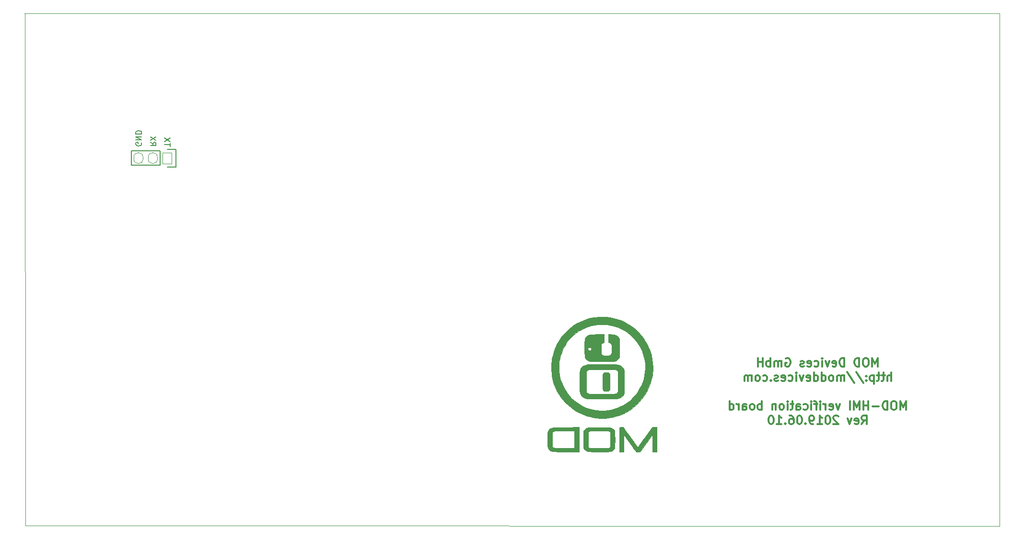
<source format=gbo>
G04 #@! TF.GenerationSoftware,KiCad,Pcbnew,5.1.2-f72e74a~84~ubuntu18.04.1*
G04 #@! TF.CreationDate,2019-08-15T14:59:57+02:00*
G04 #@! TF.ProjectId,bottom-board,626f7474-6f6d-42d6-926f-6172642e6b69,rev?*
G04 #@! TF.SameCoordinates,Original*
G04 #@! TF.FileFunction,Legend,Bot*
G04 #@! TF.FilePolarity,Positive*
%FSLAX46Y46*%
G04 Gerber Fmt 4.6, Leading zero omitted, Abs format (unit mm)*
G04 Created by KiCad (PCBNEW 5.1.2-f72e74a~84~ubuntu18.04.1) date 2019-08-15 14:59:57*
%MOMM*%
%LPD*%
G04 APERTURE LIST*
%ADD10C,0.300000*%
%ADD11C,0.100000*%
%ADD12C,0.150000*%
G04 APERTURE END LIST*
D10*
X210634682Y-82289091D02*
X210634682Y-80789091D01*
X210134682Y-81860520D01*
X209634682Y-80789091D01*
X209634682Y-82289091D01*
X208634682Y-80789091D02*
X208348968Y-80789091D01*
X208206111Y-80860520D01*
X208063254Y-81003377D01*
X207991825Y-81289091D01*
X207991825Y-81789091D01*
X208063254Y-82074805D01*
X208206111Y-82217662D01*
X208348968Y-82289091D01*
X208634682Y-82289091D01*
X208777540Y-82217662D01*
X208920397Y-82074805D01*
X208991825Y-81789091D01*
X208991825Y-81289091D01*
X208920397Y-81003377D01*
X208777540Y-80860520D01*
X208634682Y-80789091D01*
X207348968Y-82289091D02*
X207348968Y-80789091D01*
X206991825Y-80789091D01*
X206777540Y-80860520D01*
X206634682Y-81003377D01*
X206563254Y-81146234D01*
X206491825Y-81431948D01*
X206491825Y-81646234D01*
X206563254Y-81931948D01*
X206634682Y-82074805D01*
X206777540Y-82217662D01*
X206991825Y-82289091D01*
X207348968Y-82289091D01*
X204706111Y-82289091D02*
X204706111Y-80789091D01*
X204348968Y-80789091D01*
X204134682Y-80860520D01*
X203991825Y-81003377D01*
X203920397Y-81146234D01*
X203848968Y-81431948D01*
X203848968Y-81646234D01*
X203920397Y-81931948D01*
X203991825Y-82074805D01*
X204134682Y-82217662D01*
X204348968Y-82289091D01*
X204706111Y-82289091D01*
X202634682Y-82217662D02*
X202777540Y-82289091D01*
X203063254Y-82289091D01*
X203206111Y-82217662D01*
X203277540Y-82074805D01*
X203277540Y-81503377D01*
X203206111Y-81360520D01*
X203063254Y-81289091D01*
X202777540Y-81289091D01*
X202634682Y-81360520D01*
X202563254Y-81503377D01*
X202563254Y-81646234D01*
X203277540Y-81789091D01*
X202063254Y-81289091D02*
X201706111Y-82289091D01*
X201348968Y-81289091D01*
X200777540Y-82289091D02*
X200777540Y-81289091D01*
X200777540Y-80789091D02*
X200848968Y-80860520D01*
X200777540Y-80931948D01*
X200706111Y-80860520D01*
X200777540Y-80789091D01*
X200777540Y-80931948D01*
X199420397Y-82217662D02*
X199563254Y-82289091D01*
X199848968Y-82289091D01*
X199991825Y-82217662D01*
X200063254Y-82146234D01*
X200134682Y-82003377D01*
X200134682Y-81574805D01*
X200063254Y-81431948D01*
X199991825Y-81360520D01*
X199848968Y-81289091D01*
X199563254Y-81289091D01*
X199420397Y-81360520D01*
X198206111Y-82217662D02*
X198348968Y-82289091D01*
X198634682Y-82289091D01*
X198777540Y-82217662D01*
X198848968Y-82074805D01*
X198848968Y-81503377D01*
X198777540Y-81360520D01*
X198634682Y-81289091D01*
X198348968Y-81289091D01*
X198206111Y-81360520D01*
X198134682Y-81503377D01*
X198134682Y-81646234D01*
X198848968Y-81789091D01*
X197563254Y-82217662D02*
X197420397Y-82289091D01*
X197134682Y-82289091D01*
X196991825Y-82217662D01*
X196920397Y-82074805D01*
X196920397Y-82003377D01*
X196991825Y-81860520D01*
X197134682Y-81789091D01*
X197348968Y-81789091D01*
X197491825Y-81717662D01*
X197563254Y-81574805D01*
X197563254Y-81503377D01*
X197491825Y-81360520D01*
X197348968Y-81289091D01*
X197134682Y-81289091D01*
X196991825Y-81360520D01*
X194348968Y-80860520D02*
X194491825Y-80789091D01*
X194706111Y-80789091D01*
X194920397Y-80860520D01*
X195063254Y-81003377D01*
X195134682Y-81146234D01*
X195206111Y-81431948D01*
X195206111Y-81646234D01*
X195134682Y-81931948D01*
X195063254Y-82074805D01*
X194920397Y-82217662D01*
X194706111Y-82289091D01*
X194563254Y-82289091D01*
X194348968Y-82217662D01*
X194277540Y-82146234D01*
X194277540Y-81646234D01*
X194563254Y-81646234D01*
X193634682Y-82289091D02*
X193634682Y-81289091D01*
X193634682Y-81431948D02*
X193563254Y-81360520D01*
X193420397Y-81289091D01*
X193206111Y-81289091D01*
X193063254Y-81360520D01*
X192991825Y-81503377D01*
X192991825Y-82289091D01*
X192991825Y-81503377D02*
X192920397Y-81360520D01*
X192777540Y-81289091D01*
X192563254Y-81289091D01*
X192420397Y-81360520D01*
X192348968Y-81503377D01*
X192348968Y-82289091D01*
X191634682Y-82289091D02*
X191634682Y-80789091D01*
X191634682Y-81360520D02*
X191491825Y-81289091D01*
X191206111Y-81289091D01*
X191063254Y-81360520D01*
X190991825Y-81431948D01*
X190920397Y-81574805D01*
X190920397Y-82003377D01*
X190991825Y-82146234D01*
X191063254Y-82217662D01*
X191206111Y-82289091D01*
X191491825Y-82289091D01*
X191634682Y-82217662D01*
X190277540Y-82289091D02*
X190277540Y-80789091D01*
X190277540Y-81503377D02*
X189420397Y-81503377D01*
X189420397Y-82289091D02*
X189420397Y-80789091D01*
X212991825Y-84839091D02*
X212991825Y-83339091D01*
X212348968Y-84839091D02*
X212348968Y-84053377D01*
X212420397Y-83910520D01*
X212563254Y-83839091D01*
X212777540Y-83839091D01*
X212920397Y-83910520D01*
X212991825Y-83981948D01*
X211848968Y-83839091D02*
X211277540Y-83839091D01*
X211634682Y-83339091D02*
X211634682Y-84624805D01*
X211563254Y-84767662D01*
X211420397Y-84839091D01*
X211277540Y-84839091D01*
X210991825Y-83839091D02*
X210420397Y-83839091D01*
X210777540Y-83339091D02*
X210777540Y-84624805D01*
X210706111Y-84767662D01*
X210563254Y-84839091D01*
X210420397Y-84839091D01*
X209920397Y-83839091D02*
X209920397Y-85339091D01*
X209920397Y-83910520D02*
X209777540Y-83839091D01*
X209491825Y-83839091D01*
X209348968Y-83910520D01*
X209277540Y-83981948D01*
X209206111Y-84124805D01*
X209206111Y-84553377D01*
X209277540Y-84696234D01*
X209348968Y-84767662D01*
X209491825Y-84839091D01*
X209777540Y-84839091D01*
X209920397Y-84767662D01*
X208563254Y-84696234D02*
X208491825Y-84767662D01*
X208563254Y-84839091D01*
X208634682Y-84767662D01*
X208563254Y-84696234D01*
X208563254Y-84839091D01*
X208563254Y-83910520D02*
X208491825Y-83981948D01*
X208563254Y-84053377D01*
X208634682Y-83981948D01*
X208563254Y-83910520D01*
X208563254Y-84053377D01*
X206777540Y-83267662D02*
X208063254Y-85196234D01*
X205206111Y-83267662D02*
X206491825Y-85196234D01*
X204706111Y-84839091D02*
X204706111Y-83839091D01*
X204706111Y-83981948D02*
X204634682Y-83910520D01*
X204491825Y-83839091D01*
X204277540Y-83839091D01*
X204134682Y-83910520D01*
X204063254Y-84053377D01*
X204063254Y-84839091D01*
X204063254Y-84053377D02*
X203991825Y-83910520D01*
X203848968Y-83839091D01*
X203634682Y-83839091D01*
X203491825Y-83910520D01*
X203420397Y-84053377D01*
X203420397Y-84839091D01*
X202491825Y-84839091D02*
X202634682Y-84767662D01*
X202706111Y-84696234D01*
X202777540Y-84553377D01*
X202777540Y-84124805D01*
X202706111Y-83981948D01*
X202634682Y-83910520D01*
X202491825Y-83839091D01*
X202277540Y-83839091D01*
X202134682Y-83910520D01*
X202063254Y-83981948D01*
X201991825Y-84124805D01*
X201991825Y-84553377D01*
X202063254Y-84696234D01*
X202134682Y-84767662D01*
X202277540Y-84839091D01*
X202491825Y-84839091D01*
X200706111Y-84839091D02*
X200706111Y-83339091D01*
X200706111Y-84767662D02*
X200848968Y-84839091D01*
X201134682Y-84839091D01*
X201277540Y-84767662D01*
X201348968Y-84696234D01*
X201420397Y-84553377D01*
X201420397Y-84124805D01*
X201348968Y-83981948D01*
X201277540Y-83910520D01*
X201134682Y-83839091D01*
X200848968Y-83839091D01*
X200706111Y-83910520D01*
X199348968Y-84839091D02*
X199348968Y-83339091D01*
X199348968Y-84767662D02*
X199491825Y-84839091D01*
X199777540Y-84839091D01*
X199920397Y-84767662D01*
X199991825Y-84696234D01*
X200063254Y-84553377D01*
X200063254Y-84124805D01*
X199991825Y-83981948D01*
X199920397Y-83910520D01*
X199777540Y-83839091D01*
X199491825Y-83839091D01*
X199348968Y-83910520D01*
X198063254Y-84767662D02*
X198206111Y-84839091D01*
X198491825Y-84839091D01*
X198634682Y-84767662D01*
X198706111Y-84624805D01*
X198706111Y-84053377D01*
X198634682Y-83910520D01*
X198491825Y-83839091D01*
X198206111Y-83839091D01*
X198063254Y-83910520D01*
X197991825Y-84053377D01*
X197991825Y-84196234D01*
X198706111Y-84339091D01*
X197491825Y-83839091D02*
X197134682Y-84839091D01*
X196777540Y-83839091D01*
X196206111Y-84839091D02*
X196206111Y-83839091D01*
X196206111Y-83339091D02*
X196277540Y-83410520D01*
X196206111Y-83481948D01*
X196134682Y-83410520D01*
X196206111Y-83339091D01*
X196206111Y-83481948D01*
X194848968Y-84767662D02*
X194991825Y-84839091D01*
X195277540Y-84839091D01*
X195420397Y-84767662D01*
X195491825Y-84696234D01*
X195563254Y-84553377D01*
X195563254Y-84124805D01*
X195491825Y-83981948D01*
X195420397Y-83910520D01*
X195277540Y-83839091D01*
X194991825Y-83839091D01*
X194848968Y-83910520D01*
X193634682Y-84767662D02*
X193777540Y-84839091D01*
X194063254Y-84839091D01*
X194206111Y-84767662D01*
X194277540Y-84624805D01*
X194277540Y-84053377D01*
X194206111Y-83910520D01*
X194063254Y-83839091D01*
X193777540Y-83839091D01*
X193634682Y-83910520D01*
X193563254Y-84053377D01*
X193563254Y-84196234D01*
X194277540Y-84339091D01*
X192991825Y-84767662D02*
X192848968Y-84839091D01*
X192563254Y-84839091D01*
X192420397Y-84767662D01*
X192348968Y-84624805D01*
X192348968Y-84553377D01*
X192420397Y-84410520D01*
X192563254Y-84339091D01*
X192777540Y-84339091D01*
X192920397Y-84267662D01*
X192991825Y-84124805D01*
X192991825Y-84053377D01*
X192920397Y-83910520D01*
X192777540Y-83839091D01*
X192563254Y-83839091D01*
X192420397Y-83910520D01*
X191706111Y-84696234D02*
X191634682Y-84767662D01*
X191706111Y-84839091D01*
X191777540Y-84767662D01*
X191706111Y-84696234D01*
X191706111Y-84839091D01*
X190348968Y-84767662D02*
X190491825Y-84839091D01*
X190777540Y-84839091D01*
X190920397Y-84767662D01*
X190991825Y-84696234D01*
X191063254Y-84553377D01*
X191063254Y-84124805D01*
X190991825Y-83981948D01*
X190920397Y-83910520D01*
X190777540Y-83839091D01*
X190491825Y-83839091D01*
X190348968Y-83910520D01*
X189491825Y-84839091D02*
X189634682Y-84767662D01*
X189706111Y-84696234D01*
X189777540Y-84553377D01*
X189777540Y-84124805D01*
X189706111Y-83981948D01*
X189634682Y-83910520D01*
X189491825Y-83839091D01*
X189277540Y-83839091D01*
X189134682Y-83910520D01*
X189063254Y-83981948D01*
X188991825Y-84124805D01*
X188991825Y-84553377D01*
X189063254Y-84696234D01*
X189134682Y-84767662D01*
X189277540Y-84839091D01*
X189491825Y-84839091D01*
X188348968Y-84839091D02*
X188348968Y-83839091D01*
X188348968Y-83981948D02*
X188277540Y-83910520D01*
X188134682Y-83839091D01*
X187920397Y-83839091D01*
X187777540Y-83910520D01*
X187706111Y-84053377D01*
X187706111Y-84839091D01*
X187706111Y-84053377D02*
X187634682Y-83910520D01*
X187491825Y-83839091D01*
X187277540Y-83839091D01*
X187134682Y-83910520D01*
X187063254Y-84053377D01*
X187063254Y-84839091D01*
X215598968Y-89939091D02*
X215598968Y-88439091D01*
X215098968Y-89510520D01*
X214598968Y-88439091D01*
X214598968Y-89939091D01*
X213598968Y-88439091D02*
X213313254Y-88439091D01*
X213170397Y-88510520D01*
X213027540Y-88653377D01*
X212956111Y-88939091D01*
X212956111Y-89439091D01*
X213027540Y-89724805D01*
X213170397Y-89867662D01*
X213313254Y-89939091D01*
X213598968Y-89939091D01*
X213741825Y-89867662D01*
X213884682Y-89724805D01*
X213956111Y-89439091D01*
X213956111Y-88939091D01*
X213884682Y-88653377D01*
X213741825Y-88510520D01*
X213598968Y-88439091D01*
X212313254Y-89939091D02*
X212313254Y-88439091D01*
X211956111Y-88439091D01*
X211741825Y-88510520D01*
X211598968Y-88653377D01*
X211527540Y-88796234D01*
X211456111Y-89081948D01*
X211456111Y-89296234D01*
X211527540Y-89581948D01*
X211598968Y-89724805D01*
X211741825Y-89867662D01*
X211956111Y-89939091D01*
X212313254Y-89939091D01*
X210813254Y-89367662D02*
X209670397Y-89367662D01*
X208956111Y-89939091D02*
X208956111Y-88439091D01*
X208956111Y-89153377D02*
X208098968Y-89153377D01*
X208098968Y-89939091D02*
X208098968Y-88439091D01*
X207384682Y-89939091D02*
X207384682Y-88439091D01*
X206884682Y-89510520D01*
X206384682Y-88439091D01*
X206384682Y-89939091D01*
X205670397Y-89939091D02*
X205670397Y-88439091D01*
X203956111Y-88939091D02*
X203598968Y-89939091D01*
X203241825Y-88939091D01*
X202098968Y-89867662D02*
X202241825Y-89939091D01*
X202527540Y-89939091D01*
X202670397Y-89867662D01*
X202741825Y-89724805D01*
X202741825Y-89153377D01*
X202670397Y-89010520D01*
X202527540Y-88939091D01*
X202241825Y-88939091D01*
X202098968Y-89010520D01*
X202027540Y-89153377D01*
X202027540Y-89296234D01*
X202741825Y-89439091D01*
X201384682Y-89939091D02*
X201384682Y-88939091D01*
X201384682Y-89224805D02*
X201313254Y-89081948D01*
X201241825Y-89010520D01*
X201098968Y-88939091D01*
X200956111Y-88939091D01*
X200456111Y-89939091D02*
X200456111Y-88939091D01*
X200456111Y-88439091D02*
X200527540Y-88510520D01*
X200456111Y-88581948D01*
X200384682Y-88510520D01*
X200456111Y-88439091D01*
X200456111Y-88581948D01*
X199956111Y-88939091D02*
X199384682Y-88939091D01*
X199741825Y-89939091D02*
X199741825Y-88653377D01*
X199670397Y-88510520D01*
X199527540Y-88439091D01*
X199384682Y-88439091D01*
X198884682Y-89939091D02*
X198884682Y-88939091D01*
X198884682Y-88439091D02*
X198956111Y-88510520D01*
X198884682Y-88581948D01*
X198813254Y-88510520D01*
X198884682Y-88439091D01*
X198884682Y-88581948D01*
X197527540Y-89867662D02*
X197670397Y-89939091D01*
X197956111Y-89939091D01*
X198098968Y-89867662D01*
X198170397Y-89796234D01*
X198241825Y-89653377D01*
X198241825Y-89224805D01*
X198170397Y-89081948D01*
X198098968Y-89010520D01*
X197956111Y-88939091D01*
X197670397Y-88939091D01*
X197527540Y-89010520D01*
X196241825Y-89939091D02*
X196241825Y-89153377D01*
X196313254Y-89010520D01*
X196456111Y-88939091D01*
X196741825Y-88939091D01*
X196884682Y-89010520D01*
X196241825Y-89867662D02*
X196384682Y-89939091D01*
X196741825Y-89939091D01*
X196884682Y-89867662D01*
X196956111Y-89724805D01*
X196956111Y-89581948D01*
X196884682Y-89439091D01*
X196741825Y-89367662D01*
X196384682Y-89367662D01*
X196241825Y-89296234D01*
X195741825Y-88939091D02*
X195170397Y-88939091D01*
X195527540Y-88439091D02*
X195527540Y-89724805D01*
X195456111Y-89867662D01*
X195313254Y-89939091D01*
X195170397Y-89939091D01*
X194670397Y-89939091D02*
X194670397Y-88939091D01*
X194670397Y-88439091D02*
X194741825Y-88510520D01*
X194670397Y-88581948D01*
X194598968Y-88510520D01*
X194670397Y-88439091D01*
X194670397Y-88581948D01*
X193741825Y-89939091D02*
X193884682Y-89867662D01*
X193956111Y-89796234D01*
X194027540Y-89653377D01*
X194027540Y-89224805D01*
X193956111Y-89081948D01*
X193884682Y-89010520D01*
X193741825Y-88939091D01*
X193527540Y-88939091D01*
X193384682Y-89010520D01*
X193313254Y-89081948D01*
X193241825Y-89224805D01*
X193241825Y-89653377D01*
X193313254Y-89796234D01*
X193384682Y-89867662D01*
X193527540Y-89939091D01*
X193741825Y-89939091D01*
X192598968Y-88939091D02*
X192598968Y-89939091D01*
X192598968Y-89081948D02*
X192527540Y-89010520D01*
X192384682Y-88939091D01*
X192170397Y-88939091D01*
X192027540Y-89010520D01*
X191956111Y-89153377D01*
X191956111Y-89939091D01*
X190098968Y-89939091D02*
X190098968Y-88439091D01*
X190098968Y-89010520D02*
X189956111Y-88939091D01*
X189670397Y-88939091D01*
X189527540Y-89010520D01*
X189456111Y-89081948D01*
X189384682Y-89224805D01*
X189384682Y-89653377D01*
X189456111Y-89796234D01*
X189527540Y-89867662D01*
X189670397Y-89939091D01*
X189956111Y-89939091D01*
X190098968Y-89867662D01*
X188527540Y-89939091D02*
X188670397Y-89867662D01*
X188741825Y-89796234D01*
X188813254Y-89653377D01*
X188813254Y-89224805D01*
X188741825Y-89081948D01*
X188670397Y-89010520D01*
X188527540Y-88939091D01*
X188313254Y-88939091D01*
X188170397Y-89010520D01*
X188098968Y-89081948D01*
X188027540Y-89224805D01*
X188027540Y-89653377D01*
X188098968Y-89796234D01*
X188170397Y-89867662D01*
X188313254Y-89939091D01*
X188527540Y-89939091D01*
X186741825Y-89939091D02*
X186741825Y-89153377D01*
X186813254Y-89010520D01*
X186956111Y-88939091D01*
X187241825Y-88939091D01*
X187384682Y-89010520D01*
X186741825Y-89867662D02*
X186884682Y-89939091D01*
X187241825Y-89939091D01*
X187384682Y-89867662D01*
X187456111Y-89724805D01*
X187456111Y-89581948D01*
X187384682Y-89439091D01*
X187241825Y-89367662D01*
X186884682Y-89367662D01*
X186741825Y-89296234D01*
X186027540Y-89939091D02*
X186027540Y-88939091D01*
X186027540Y-89224805D02*
X185956111Y-89081948D01*
X185884682Y-89010520D01*
X185741825Y-88939091D01*
X185598968Y-88939091D01*
X184456111Y-89939091D02*
X184456111Y-88439091D01*
X184456111Y-89867662D02*
X184598968Y-89939091D01*
X184884682Y-89939091D01*
X185027540Y-89867662D01*
X185098968Y-89796234D01*
X185170397Y-89653377D01*
X185170397Y-89224805D01*
X185098968Y-89081948D01*
X185027540Y-89010520D01*
X184884682Y-88939091D01*
X184598968Y-88939091D01*
X184456111Y-89010520D01*
X207777540Y-92489091D02*
X208277540Y-91774805D01*
X208634682Y-92489091D02*
X208634682Y-90989091D01*
X208063254Y-90989091D01*
X207920397Y-91060520D01*
X207848968Y-91131948D01*
X207777540Y-91274805D01*
X207777540Y-91489091D01*
X207848968Y-91631948D01*
X207920397Y-91703377D01*
X208063254Y-91774805D01*
X208634682Y-91774805D01*
X206563254Y-92417662D02*
X206706111Y-92489091D01*
X206991825Y-92489091D01*
X207134682Y-92417662D01*
X207206111Y-92274805D01*
X207206111Y-91703377D01*
X207134682Y-91560520D01*
X206991825Y-91489091D01*
X206706111Y-91489091D01*
X206563254Y-91560520D01*
X206491825Y-91703377D01*
X206491825Y-91846234D01*
X207206111Y-91989091D01*
X205991825Y-91489091D02*
X205634682Y-92489091D01*
X205277540Y-91489091D01*
X203634682Y-91131948D02*
X203563254Y-91060520D01*
X203420397Y-90989091D01*
X203063254Y-90989091D01*
X202920397Y-91060520D01*
X202848968Y-91131948D01*
X202777540Y-91274805D01*
X202777540Y-91417662D01*
X202848968Y-91631948D01*
X203706111Y-92489091D01*
X202777540Y-92489091D01*
X201848968Y-90989091D02*
X201706111Y-90989091D01*
X201563254Y-91060520D01*
X201491825Y-91131948D01*
X201420397Y-91274805D01*
X201348968Y-91560520D01*
X201348968Y-91917662D01*
X201420397Y-92203377D01*
X201491825Y-92346234D01*
X201563254Y-92417662D01*
X201706111Y-92489091D01*
X201848968Y-92489091D01*
X201991825Y-92417662D01*
X202063254Y-92346234D01*
X202134682Y-92203377D01*
X202206111Y-91917662D01*
X202206111Y-91560520D01*
X202134682Y-91274805D01*
X202063254Y-91131948D01*
X201991825Y-91060520D01*
X201848968Y-90989091D01*
X199920397Y-92489091D02*
X200777540Y-92489091D01*
X200348968Y-92489091D02*
X200348968Y-90989091D01*
X200491825Y-91203377D01*
X200634682Y-91346234D01*
X200777540Y-91417662D01*
X199206111Y-92489091D02*
X198920397Y-92489091D01*
X198777540Y-92417662D01*
X198706111Y-92346234D01*
X198563254Y-92131948D01*
X198491825Y-91846234D01*
X198491825Y-91274805D01*
X198563254Y-91131948D01*
X198634682Y-91060520D01*
X198777540Y-90989091D01*
X199063254Y-90989091D01*
X199206111Y-91060520D01*
X199277540Y-91131948D01*
X199348968Y-91274805D01*
X199348968Y-91631948D01*
X199277540Y-91774805D01*
X199206111Y-91846234D01*
X199063254Y-91917662D01*
X198777540Y-91917662D01*
X198634682Y-91846234D01*
X198563254Y-91774805D01*
X198491825Y-91631948D01*
X197848968Y-92346234D02*
X197777540Y-92417662D01*
X197848968Y-92489091D01*
X197920397Y-92417662D01*
X197848968Y-92346234D01*
X197848968Y-92489091D01*
X196848968Y-90989091D02*
X196706111Y-90989091D01*
X196563254Y-91060520D01*
X196491825Y-91131948D01*
X196420397Y-91274805D01*
X196348968Y-91560520D01*
X196348968Y-91917662D01*
X196420397Y-92203377D01*
X196491825Y-92346234D01*
X196563254Y-92417662D01*
X196706111Y-92489091D01*
X196848968Y-92489091D01*
X196991825Y-92417662D01*
X197063254Y-92346234D01*
X197134682Y-92203377D01*
X197206111Y-91917662D01*
X197206111Y-91560520D01*
X197134682Y-91274805D01*
X197063254Y-91131948D01*
X196991825Y-91060520D01*
X196848968Y-90989091D01*
X195063254Y-90989091D02*
X195348968Y-90989091D01*
X195491825Y-91060520D01*
X195563254Y-91131948D01*
X195706111Y-91346234D01*
X195777540Y-91631948D01*
X195777540Y-92203377D01*
X195706111Y-92346234D01*
X195634682Y-92417662D01*
X195491825Y-92489091D01*
X195206111Y-92489091D01*
X195063254Y-92417662D01*
X194991825Y-92346234D01*
X194920397Y-92203377D01*
X194920397Y-91846234D01*
X194991825Y-91703377D01*
X195063254Y-91631948D01*
X195206111Y-91560520D01*
X195491825Y-91560520D01*
X195634682Y-91631948D01*
X195706111Y-91703377D01*
X195777540Y-91846234D01*
X194277540Y-92346234D02*
X194206111Y-92417662D01*
X194277540Y-92489091D01*
X194348968Y-92417662D01*
X194277540Y-92346234D01*
X194277540Y-92489091D01*
X192777540Y-92489091D02*
X193634682Y-92489091D01*
X193206111Y-92489091D02*
X193206111Y-90989091D01*
X193348968Y-91203377D01*
X193491825Y-91346234D01*
X193634682Y-91417662D01*
X191848968Y-90989091D02*
X191706111Y-90989091D01*
X191563254Y-91060520D01*
X191491825Y-91131948D01*
X191420397Y-91274805D01*
X191348968Y-91560520D01*
X191348968Y-91917662D01*
X191420397Y-92203377D01*
X191491825Y-92346234D01*
X191563254Y-92417662D01*
X191706111Y-92489091D01*
X191848968Y-92489091D01*
X191991825Y-92417662D01*
X192063254Y-92346234D01*
X192134682Y-92203377D01*
X192206111Y-91917662D01*
X192206111Y-91560520D01*
X192134682Y-91274805D01*
X192063254Y-91131948D01*
X191991825Y-91060520D01*
X191848968Y-90989091D01*
D11*
X232107540Y-19850520D02*
X232097540Y-110490520D01*
X59947540Y-19880520D02*
X232097540Y-19810520D01*
X60077540Y-110410520D02*
X59957540Y-19860520D01*
X232117540Y-110490520D02*
X60077540Y-110420520D01*
D12*
X80535400Y-42701595D02*
X80583019Y-42796833D01*
X80583019Y-42939690D01*
X80535400Y-43082547D01*
X80440161Y-43177785D01*
X80344923Y-43225404D01*
X80154447Y-43273023D01*
X80011590Y-43273023D01*
X79821114Y-43225404D01*
X79725876Y-43177785D01*
X79630638Y-43082547D01*
X79583019Y-42939690D01*
X79583019Y-42844452D01*
X79630638Y-42701595D01*
X79678257Y-42653976D01*
X80011590Y-42653976D01*
X80011590Y-42844452D01*
X79583019Y-42225404D02*
X80583019Y-42225404D01*
X79583019Y-41653976D01*
X80583019Y-41653976D01*
X79583019Y-41177785D02*
X80583019Y-41177785D01*
X80583019Y-40939690D01*
X80535400Y-40796833D01*
X80440161Y-40701595D01*
X80344923Y-40653976D01*
X80154447Y-40606357D01*
X80011590Y-40606357D01*
X79821114Y-40653976D01*
X79725876Y-40701595D01*
X79630638Y-40796833D01*
X79583019Y-40939690D01*
X79583019Y-41177785D01*
X82148419Y-42653976D02*
X82624609Y-42987309D01*
X82148419Y-43225404D02*
X83148419Y-43225404D01*
X83148419Y-42844452D01*
X83100800Y-42749214D01*
X83053180Y-42701595D01*
X82957942Y-42653976D01*
X82815085Y-42653976D01*
X82719847Y-42701595D01*
X82672228Y-42749214D01*
X82624609Y-42844452D01*
X82624609Y-43225404D01*
X83148419Y-42320642D02*
X82148419Y-41653976D01*
X83148419Y-41653976D02*
X82148419Y-42320642D01*
X85663019Y-43368261D02*
X85663019Y-42796833D01*
X84663019Y-43082547D02*
X85663019Y-43082547D01*
X85663019Y-42558738D02*
X84663019Y-41892071D01*
X85663019Y-41892071D02*
X84663019Y-42558738D01*
D11*
G36*
X162029119Y-84791396D02*
G01*
X162029140Y-85008719D01*
X162029121Y-85319914D01*
X162029396Y-85584414D01*
X162030461Y-85806324D01*
X162032816Y-85989751D01*
X162036957Y-86138799D01*
X162043381Y-86257572D01*
X162052587Y-86350178D01*
X162065073Y-86420719D01*
X162081335Y-86473303D01*
X162101871Y-86512033D01*
X162127179Y-86541015D01*
X162157757Y-86564354D01*
X162194102Y-86586156D01*
X162222285Y-86602152D01*
X162268485Y-86625834D01*
X162316741Y-86641855D01*
X162378008Y-86651648D01*
X162463242Y-86656647D01*
X162583398Y-86658284D01*
X162651440Y-86658307D01*
X162830356Y-86654734D01*
X162962615Y-86644814D01*
X163046527Y-86628689D01*
X163059100Y-86623992D01*
X163150463Y-86563379D01*
X163228983Y-86474742D01*
X163279215Y-86376827D01*
X163286575Y-86347822D01*
X163289301Y-86307080D01*
X163291582Y-86220642D01*
X163293389Y-86093612D01*
X163294697Y-85931091D01*
X163295478Y-85738183D01*
X163295706Y-85519990D01*
X163295355Y-85281614D01*
X163294397Y-85028159D01*
X163293936Y-84940711D01*
X163292224Y-84647296D01*
X163290565Y-84400401D01*
X163288775Y-84195746D01*
X163286670Y-84029052D01*
X163284066Y-83896039D01*
X163280781Y-83792426D01*
X163276630Y-83713936D01*
X163271430Y-83656287D01*
X163264997Y-83615200D01*
X163257148Y-83586396D01*
X163247699Y-83565595D01*
X163236467Y-83548517D01*
X163234071Y-83545280D01*
X163182246Y-83480484D01*
X163132248Y-83433840D01*
X163074405Y-83402167D01*
X162999048Y-83382284D01*
X162896504Y-83371008D01*
X162757103Y-83365160D01*
X162681429Y-83363482D01*
X162537201Y-83361266D01*
X162433583Y-83361836D01*
X162360414Y-83366316D01*
X162307532Y-83375831D01*
X162264774Y-83391504D01*
X162222285Y-83414282D01*
X162181734Y-83437783D01*
X162147292Y-83459948D01*
X162118459Y-83484889D01*
X162094738Y-83516717D01*
X162075631Y-83559543D01*
X162060640Y-83617478D01*
X162049267Y-83694633D01*
X162041014Y-83795118D01*
X162035383Y-83923046D01*
X162031876Y-84082526D01*
X162029995Y-84277671D01*
X162029242Y-84512591D01*
X162029119Y-84791396D01*
X162029119Y-84791396D01*
G37*
X162029119Y-84791396D02*
X162029140Y-85008719D01*
X162029121Y-85319914D01*
X162029396Y-85584414D01*
X162030461Y-85806324D01*
X162032816Y-85989751D01*
X162036957Y-86138799D01*
X162043381Y-86257572D01*
X162052587Y-86350178D01*
X162065073Y-86420719D01*
X162081335Y-86473303D01*
X162101871Y-86512033D01*
X162127179Y-86541015D01*
X162157757Y-86564354D01*
X162194102Y-86586156D01*
X162222285Y-86602152D01*
X162268485Y-86625834D01*
X162316741Y-86641855D01*
X162378008Y-86651648D01*
X162463242Y-86656647D01*
X162583398Y-86658284D01*
X162651440Y-86658307D01*
X162830356Y-86654734D01*
X162962615Y-86644814D01*
X163046527Y-86628689D01*
X163059100Y-86623992D01*
X163150463Y-86563379D01*
X163228983Y-86474742D01*
X163279215Y-86376827D01*
X163286575Y-86347822D01*
X163289301Y-86307080D01*
X163291582Y-86220642D01*
X163293389Y-86093612D01*
X163294697Y-85931091D01*
X163295478Y-85738183D01*
X163295706Y-85519990D01*
X163295355Y-85281614D01*
X163294397Y-85028159D01*
X163293936Y-84940711D01*
X163292224Y-84647296D01*
X163290565Y-84400401D01*
X163288775Y-84195746D01*
X163286670Y-84029052D01*
X163284066Y-83896039D01*
X163280781Y-83792426D01*
X163276630Y-83713936D01*
X163271430Y-83656287D01*
X163264997Y-83615200D01*
X163257148Y-83586396D01*
X163247699Y-83565595D01*
X163236467Y-83548517D01*
X163234071Y-83545280D01*
X163182246Y-83480484D01*
X163132248Y-83433840D01*
X163074405Y-83402167D01*
X162999048Y-83382284D01*
X162896504Y-83371008D01*
X162757103Y-83365160D01*
X162681429Y-83363482D01*
X162537201Y-83361266D01*
X162433583Y-83361836D01*
X162360414Y-83366316D01*
X162307532Y-83375831D01*
X162264774Y-83391504D01*
X162222285Y-83414282D01*
X162181734Y-83437783D01*
X162147292Y-83459948D01*
X162118459Y-83484889D01*
X162094738Y-83516717D01*
X162075631Y-83559543D01*
X162060640Y-83617478D01*
X162049267Y-83694633D01*
X162041014Y-83795118D01*
X162035383Y-83923046D01*
X162031876Y-84082526D01*
X162029995Y-84277671D01*
X162029242Y-84512591D01*
X162029119Y-84791396D01*
G36*
X158832552Y-78654208D02*
G01*
X158833834Y-79009019D01*
X158834431Y-79115920D01*
X158836334Y-79433002D01*
X158838273Y-79703663D01*
X158840704Y-79932280D01*
X158844081Y-80123231D01*
X158848860Y-80280891D01*
X158855495Y-80409639D01*
X158864444Y-80513851D01*
X158876159Y-80597904D01*
X158891098Y-80666177D01*
X158909715Y-80723045D01*
X158932466Y-80772885D01*
X158959805Y-80820076D01*
X158992188Y-80868994D01*
X159021149Y-80911030D01*
X159153968Y-81060137D01*
X159329338Y-81185533D01*
X159413035Y-81224493D01*
X159413035Y-79188281D01*
X159431686Y-79110249D01*
X159478203Y-79025668D01*
X159538760Y-78957005D01*
X159567808Y-78936799D01*
X159654541Y-78912312D01*
X159759031Y-78912029D01*
X159855036Y-78934765D01*
X159887034Y-78951232D01*
X159962144Y-79028594D01*
X160003824Y-79131487D01*
X160006036Y-79242657D01*
X159999166Y-79271577D01*
X159944116Y-79379529D01*
X159859755Y-79454407D01*
X159756702Y-79491777D01*
X159645573Y-79487204D01*
X159563320Y-79453586D01*
X159489181Y-79385254D01*
X159434704Y-79289764D01*
X159413043Y-79190339D01*
X159413035Y-79188281D01*
X159413035Y-81224493D01*
X159544000Y-81285457D01*
X159794694Y-81358150D01*
X159881155Y-81375225D01*
X159939980Y-81380840D01*
X160048377Y-81385765D01*
X160205125Y-81389983D01*
X160409002Y-81393481D01*
X160658784Y-81396245D01*
X160953250Y-81398258D01*
X161291177Y-81399508D01*
X161671342Y-81399978D01*
X161951255Y-81399849D01*
X162324169Y-81399293D01*
X162649713Y-81398443D01*
X162931319Y-81397234D01*
X163172418Y-81395604D01*
X163376439Y-81393489D01*
X163546813Y-81390825D01*
X163686972Y-81387549D01*
X163800344Y-81383597D01*
X163890362Y-81378907D01*
X163960455Y-81373415D01*
X164014055Y-81367057D01*
X164048440Y-81361084D01*
X164281565Y-81293792D01*
X164490373Y-81195171D01*
X164668568Y-81069547D01*
X164809851Y-80921244D01*
X164897329Y-80778225D01*
X164918865Y-80730374D01*
X164937246Y-80682667D01*
X164952698Y-80630881D01*
X164965446Y-80570794D01*
X164975716Y-80498184D01*
X164983732Y-80408828D01*
X164989720Y-80298503D01*
X164993906Y-80162989D01*
X164996515Y-79998062D01*
X164997771Y-79799499D01*
X164997900Y-79563080D01*
X164997128Y-79284580D01*
X164995680Y-78959778D01*
X164995568Y-78937027D01*
X164994001Y-78625296D01*
X164992508Y-78360156D01*
X164990922Y-78137398D01*
X164989071Y-77952812D01*
X164986789Y-77802191D01*
X164983905Y-77681325D01*
X164980251Y-77586006D01*
X164975659Y-77512025D01*
X164969959Y-77455172D01*
X164962982Y-77411240D01*
X164954560Y-77376020D01*
X164944524Y-77345302D01*
X164932704Y-77314877D01*
X164930243Y-77308783D01*
X164828163Y-77123035D01*
X164683688Y-76963443D01*
X164499049Y-76831886D01*
X164276474Y-76730245D01*
X164222225Y-76711954D01*
X164084183Y-76677562D01*
X163907208Y-76648079D01*
X163703038Y-76624806D01*
X163483412Y-76609043D01*
X163260068Y-76602091D01*
X163229290Y-76601896D01*
X163045140Y-76601320D01*
X163045140Y-77325220D01*
X163045623Y-77545790D01*
X163047199Y-77719970D01*
X163050061Y-77852163D01*
X163054403Y-77946772D01*
X163060417Y-78008198D01*
X163068297Y-78040844D01*
X163076890Y-78049261D01*
X163194526Y-78071888D01*
X163316727Y-78132349D01*
X163429996Y-78220999D01*
X163520833Y-78328192D01*
X163556553Y-78392020D01*
X163570340Y-78426819D01*
X163581118Y-78467768D01*
X163589247Y-78521220D01*
X163595089Y-78593528D01*
X163599006Y-78691046D01*
X163601360Y-78820128D01*
X163602512Y-78987127D01*
X163602825Y-79198398D01*
X163602825Y-79204820D01*
X163602530Y-79417383D01*
X163601406Y-79585502D01*
X163599089Y-79715530D01*
X163595220Y-79813823D01*
X163589434Y-79886732D01*
X163581372Y-79940612D01*
X163570672Y-79981817D01*
X163556970Y-80016700D01*
X163556553Y-80017620D01*
X163490509Y-80121695D01*
X163396466Y-80219368D01*
X163290615Y-80296070D01*
X163205688Y-80333288D01*
X163140781Y-80343522D01*
X163036248Y-80351240D01*
X162903203Y-80356440D01*
X162752758Y-80359123D01*
X162596026Y-80359289D01*
X162444119Y-80356937D01*
X162308150Y-80352068D01*
X162199230Y-80344682D01*
X162128474Y-80334778D01*
X162122593Y-80333288D01*
X162019211Y-80284933D01*
X161914245Y-80203560D01*
X161823888Y-80103737D01*
X161771728Y-80017620D01*
X161757941Y-79982820D01*
X161747163Y-79941871D01*
X161739034Y-79888419D01*
X161733192Y-79816111D01*
X161729275Y-79718593D01*
X161726921Y-79589511D01*
X161725769Y-79422512D01*
X161725456Y-79211241D01*
X161725456Y-79204820D01*
X161725751Y-78992256D01*
X161726875Y-78824137D01*
X161729192Y-78694109D01*
X161733061Y-78595816D01*
X161738847Y-78522907D01*
X161746909Y-78469027D01*
X161757609Y-78427822D01*
X161771311Y-78392939D01*
X161771728Y-78392020D01*
X161844330Y-78278706D01*
X161946841Y-78178592D01*
X162065761Y-78101324D01*
X162187593Y-78056547D01*
X162251390Y-78049261D01*
X162261045Y-78038230D01*
X162268674Y-78002301D01*
X162274468Y-77937081D01*
X162278619Y-77838175D01*
X162281319Y-77701188D01*
X162282761Y-77521727D01*
X162283140Y-77322094D01*
X162283140Y-76595069D01*
X161121090Y-76608586D01*
X160822169Y-76612305D01*
X160568904Y-76616303D01*
X160356154Y-76621128D01*
X160178778Y-76627328D01*
X160031632Y-76635453D01*
X159909575Y-76646050D01*
X159807465Y-76659668D01*
X159720159Y-76676854D01*
X159642515Y-76698159D01*
X159569392Y-76724130D01*
X159495647Y-76755315D01*
X159421131Y-76789889D01*
X159223734Y-76907115D01*
X159068312Y-77052322D01*
X158953187Y-77227734D01*
X158876683Y-77435573D01*
X158854263Y-77541120D01*
X158847093Y-77609805D01*
X158841358Y-77724129D01*
X158837046Y-77884912D01*
X158834148Y-78092974D01*
X158832654Y-78349133D01*
X158832552Y-78654208D01*
X158832552Y-78654208D01*
G37*
X158832552Y-78654208D02*
X158833834Y-79009019D01*
X158834431Y-79115920D01*
X158836334Y-79433002D01*
X158838273Y-79703663D01*
X158840704Y-79932280D01*
X158844081Y-80123231D01*
X158848860Y-80280891D01*
X158855495Y-80409639D01*
X158864444Y-80513851D01*
X158876159Y-80597904D01*
X158891098Y-80666177D01*
X158909715Y-80723045D01*
X158932466Y-80772885D01*
X158959805Y-80820076D01*
X158992188Y-80868994D01*
X159021149Y-80911030D01*
X159153968Y-81060137D01*
X159329338Y-81185533D01*
X159413035Y-81224493D01*
X159413035Y-79188281D01*
X159431686Y-79110249D01*
X159478203Y-79025668D01*
X159538760Y-78957005D01*
X159567808Y-78936799D01*
X159654541Y-78912312D01*
X159759031Y-78912029D01*
X159855036Y-78934765D01*
X159887034Y-78951232D01*
X159962144Y-79028594D01*
X160003824Y-79131487D01*
X160006036Y-79242657D01*
X159999166Y-79271577D01*
X159944116Y-79379529D01*
X159859755Y-79454407D01*
X159756702Y-79491777D01*
X159645573Y-79487204D01*
X159563320Y-79453586D01*
X159489181Y-79385254D01*
X159434704Y-79289764D01*
X159413043Y-79190339D01*
X159413035Y-79188281D01*
X159413035Y-81224493D01*
X159544000Y-81285457D01*
X159794694Y-81358150D01*
X159881155Y-81375225D01*
X159939980Y-81380840D01*
X160048377Y-81385765D01*
X160205125Y-81389983D01*
X160409002Y-81393481D01*
X160658784Y-81396245D01*
X160953250Y-81398258D01*
X161291177Y-81399508D01*
X161671342Y-81399978D01*
X161951255Y-81399849D01*
X162324169Y-81399293D01*
X162649713Y-81398443D01*
X162931319Y-81397234D01*
X163172418Y-81395604D01*
X163376439Y-81393489D01*
X163546813Y-81390825D01*
X163686972Y-81387549D01*
X163800344Y-81383597D01*
X163890362Y-81378907D01*
X163960455Y-81373415D01*
X164014055Y-81367057D01*
X164048440Y-81361084D01*
X164281565Y-81293792D01*
X164490373Y-81195171D01*
X164668568Y-81069547D01*
X164809851Y-80921244D01*
X164897329Y-80778225D01*
X164918865Y-80730374D01*
X164937246Y-80682667D01*
X164952698Y-80630881D01*
X164965446Y-80570794D01*
X164975716Y-80498184D01*
X164983732Y-80408828D01*
X164989720Y-80298503D01*
X164993906Y-80162989D01*
X164996515Y-79998062D01*
X164997771Y-79799499D01*
X164997900Y-79563080D01*
X164997128Y-79284580D01*
X164995680Y-78959778D01*
X164995568Y-78937027D01*
X164994001Y-78625296D01*
X164992508Y-78360156D01*
X164990922Y-78137398D01*
X164989071Y-77952812D01*
X164986789Y-77802191D01*
X164983905Y-77681325D01*
X164980251Y-77586006D01*
X164975659Y-77512025D01*
X164969959Y-77455172D01*
X164962982Y-77411240D01*
X164954560Y-77376020D01*
X164944524Y-77345302D01*
X164932704Y-77314877D01*
X164930243Y-77308783D01*
X164828163Y-77123035D01*
X164683688Y-76963443D01*
X164499049Y-76831886D01*
X164276474Y-76730245D01*
X164222225Y-76711954D01*
X164084183Y-76677562D01*
X163907208Y-76648079D01*
X163703038Y-76624806D01*
X163483412Y-76609043D01*
X163260068Y-76602091D01*
X163229290Y-76601896D01*
X163045140Y-76601320D01*
X163045140Y-77325220D01*
X163045623Y-77545790D01*
X163047199Y-77719970D01*
X163050061Y-77852163D01*
X163054403Y-77946772D01*
X163060417Y-78008198D01*
X163068297Y-78040844D01*
X163076890Y-78049261D01*
X163194526Y-78071888D01*
X163316727Y-78132349D01*
X163429996Y-78220999D01*
X163520833Y-78328192D01*
X163556553Y-78392020D01*
X163570340Y-78426819D01*
X163581118Y-78467768D01*
X163589247Y-78521220D01*
X163595089Y-78593528D01*
X163599006Y-78691046D01*
X163601360Y-78820128D01*
X163602512Y-78987127D01*
X163602825Y-79198398D01*
X163602825Y-79204820D01*
X163602530Y-79417383D01*
X163601406Y-79585502D01*
X163599089Y-79715530D01*
X163595220Y-79813823D01*
X163589434Y-79886732D01*
X163581372Y-79940612D01*
X163570672Y-79981817D01*
X163556970Y-80016700D01*
X163556553Y-80017620D01*
X163490509Y-80121695D01*
X163396466Y-80219368D01*
X163290615Y-80296070D01*
X163205688Y-80333288D01*
X163140781Y-80343522D01*
X163036248Y-80351240D01*
X162903203Y-80356440D01*
X162752758Y-80359123D01*
X162596026Y-80359289D01*
X162444119Y-80356937D01*
X162308150Y-80352068D01*
X162199230Y-80344682D01*
X162128474Y-80334778D01*
X162122593Y-80333288D01*
X162019211Y-80284933D01*
X161914245Y-80203560D01*
X161823888Y-80103737D01*
X161771728Y-80017620D01*
X161757941Y-79982820D01*
X161747163Y-79941871D01*
X161739034Y-79888419D01*
X161733192Y-79816111D01*
X161729275Y-79718593D01*
X161726921Y-79589511D01*
X161725769Y-79422512D01*
X161725456Y-79211241D01*
X161725456Y-79204820D01*
X161725751Y-78992256D01*
X161726875Y-78824137D01*
X161729192Y-78694109D01*
X161733061Y-78595816D01*
X161738847Y-78522907D01*
X161746909Y-78469027D01*
X161757609Y-78427822D01*
X161771311Y-78392939D01*
X161771728Y-78392020D01*
X161844330Y-78278706D01*
X161946841Y-78178592D01*
X162065761Y-78101324D01*
X162187593Y-78056547D01*
X162251390Y-78049261D01*
X162261045Y-78038230D01*
X162268674Y-78002301D01*
X162274468Y-77937081D01*
X162278619Y-77838175D01*
X162281319Y-77701188D01*
X162282761Y-77521727D01*
X162283140Y-77322094D01*
X162283140Y-76595069D01*
X161121090Y-76608586D01*
X160822169Y-76612305D01*
X160568904Y-76616303D01*
X160356154Y-76621128D01*
X160178778Y-76627328D01*
X160031632Y-76635453D01*
X159909575Y-76646050D01*
X159807465Y-76659668D01*
X159720159Y-76676854D01*
X159642515Y-76698159D01*
X159569392Y-76724130D01*
X159495647Y-76755315D01*
X159421131Y-76789889D01*
X159223734Y-76907115D01*
X159068312Y-77052322D01*
X158953187Y-77227734D01*
X158876683Y-77435573D01*
X158854263Y-77541120D01*
X158847093Y-77609805D01*
X158841358Y-77724129D01*
X158837046Y-77884912D01*
X158834148Y-78092974D01*
X158832654Y-78349133D01*
X158832552Y-78654208D01*
G36*
X157968260Y-84138301D02*
G01*
X157968504Y-84425235D01*
X157969591Y-84755756D01*
X157971087Y-85090785D01*
X157972813Y-85437634D01*
X157974530Y-85737449D01*
X157976343Y-85993995D01*
X157978360Y-86211038D01*
X157980687Y-86392345D01*
X157983431Y-86541680D01*
X157986699Y-86662810D01*
X157990597Y-86759500D01*
X157995231Y-86835516D01*
X158000709Y-86894623D01*
X158007137Y-86940588D01*
X158014621Y-86977176D01*
X158023269Y-87008152D01*
X158025578Y-87015320D01*
X158126996Y-87255695D01*
X158262736Y-87462169D01*
X158434872Y-87636571D01*
X158645476Y-87780735D01*
X158896620Y-87896492D01*
X159095440Y-87960986D01*
X159136893Y-87972538D01*
X159136893Y-84265900D01*
X159137556Y-83962478D01*
X159139238Y-83708753D01*
X159141942Y-83504359D01*
X159145673Y-83348931D01*
X159150434Y-83242106D01*
X159156229Y-83183518D01*
X159157841Y-83176359D01*
X159195054Y-83100605D01*
X159257349Y-83020587D01*
X159285074Y-82993224D01*
X159315788Y-82965206D01*
X159344269Y-82940439D01*
X159373677Y-82918733D01*
X159407171Y-82899896D01*
X159447909Y-82883737D01*
X159499051Y-82870066D01*
X159563755Y-82858690D01*
X159645180Y-82849419D01*
X159746486Y-82842062D01*
X159870831Y-82836427D01*
X160021375Y-82832323D01*
X160201276Y-82829560D01*
X160413693Y-82827946D01*
X160661786Y-82827290D01*
X160948713Y-82827401D01*
X161277633Y-82828087D01*
X161651705Y-82829158D01*
X161980287Y-82830147D01*
X164302440Y-82837020D01*
X164441802Y-82913220D01*
X164548666Y-82984270D01*
X164622688Y-83067222D01*
X164645002Y-83103720D01*
X164708840Y-83218020D01*
X164716065Y-84892529D01*
X164717357Y-85281942D01*
X164717644Y-85621790D01*
X164716912Y-85913300D01*
X164715148Y-86157696D01*
X164712337Y-86356205D01*
X164708465Y-86510052D01*
X164703518Y-86620464D01*
X164697481Y-86688665D01*
X164695162Y-86702533D01*
X164646871Y-86844282D01*
X164565104Y-86954670D01*
X164445705Y-87037383D01*
X164284521Y-87096104D01*
X164238940Y-87107085D01*
X164189464Y-87112396D01*
X164093831Y-87117301D01*
X163956681Y-87121791D01*
X163782656Y-87125857D01*
X163576396Y-87129488D01*
X163342543Y-87132676D01*
X163085737Y-87135411D01*
X162810620Y-87137682D01*
X162521832Y-87139482D01*
X162224015Y-87140800D01*
X161921809Y-87141626D01*
X161619856Y-87141952D01*
X161322796Y-87141767D01*
X161035271Y-87141062D01*
X160761921Y-87139827D01*
X160507388Y-87138053D01*
X160276313Y-87135731D01*
X160073336Y-87132851D01*
X159903098Y-87129403D01*
X159770241Y-87125377D01*
X159679405Y-87120765D01*
X159639545Y-87116541D01*
X159455813Y-87064248D01*
X159313553Y-86985239D01*
X159214415Y-86880763D01*
X159146240Y-86777760D01*
X159138608Y-85023290D01*
X159137244Y-84619382D01*
X159136893Y-84265900D01*
X159136893Y-87972538D01*
X159298640Y-88017614D01*
X161825940Y-88021833D01*
X162183392Y-88022204D01*
X162528818Y-88022124D01*
X162858529Y-88021617D01*
X163168838Y-88020709D01*
X163456055Y-88019426D01*
X163716493Y-88017791D01*
X163946461Y-88015831D01*
X164142273Y-88013569D01*
X164300240Y-88011033D01*
X164416672Y-88008245D01*
X164487881Y-88005233D01*
X164505640Y-88003611D01*
X164787288Y-87943718D01*
X165044025Y-87852119D01*
X165271135Y-87731710D01*
X165463898Y-87585385D01*
X165617596Y-87416037D01*
X165709705Y-87265017D01*
X165737999Y-87206511D01*
X165762595Y-87151537D01*
X165783753Y-87096236D01*
X165801731Y-87036752D01*
X165816788Y-86969225D01*
X165829184Y-86889798D01*
X165839175Y-86794614D01*
X165847023Y-86679815D01*
X165852985Y-86541542D01*
X165857321Y-86375938D01*
X165860288Y-86179146D01*
X165862147Y-85947307D01*
X165863156Y-85676564D01*
X165863573Y-85363058D01*
X165863658Y-85002933D01*
X165863658Y-84970620D01*
X165863502Y-84614123D01*
X165862987Y-84304771D01*
X165862043Y-84038909D01*
X165860600Y-83812882D01*
X165858587Y-83623035D01*
X165855934Y-83465714D01*
X165852571Y-83337263D01*
X165848428Y-83234029D01*
X165843435Y-83152356D01*
X165837521Y-83088590D01*
X165830616Y-83039076D01*
X165826090Y-83015263D01*
X165751407Y-82773385D01*
X165635894Y-82560882D01*
X165479269Y-82377503D01*
X165281246Y-82223001D01*
X165041543Y-82097128D01*
X164759874Y-81999634D01*
X164627560Y-81966770D01*
X164591643Y-81959476D01*
X164551188Y-81953025D01*
X164503035Y-81947367D01*
X164444023Y-81942450D01*
X164370992Y-81938223D01*
X164280783Y-81934634D01*
X164170233Y-81931634D01*
X164036183Y-81929170D01*
X163875472Y-81927191D01*
X163684940Y-81925646D01*
X163461427Y-81924484D01*
X163201772Y-81923654D01*
X162902814Y-81923104D01*
X162561394Y-81922783D01*
X162174350Y-81922641D01*
X161902140Y-81922620D01*
X159374840Y-81922620D01*
X159137467Y-81982455D01*
X158859893Y-82071371D01*
X158616729Y-82188575D01*
X158411034Y-82331897D01*
X158245869Y-82499164D01*
X158124295Y-82688204D01*
X158114742Y-82708031D01*
X158086947Y-82769102D01*
X158062752Y-82828040D01*
X158041927Y-82888655D01*
X158024242Y-82954757D01*
X158009468Y-83030156D01*
X157997376Y-83118661D01*
X157987734Y-83224084D01*
X157980315Y-83350234D01*
X157974887Y-83500921D01*
X157971222Y-83679954D01*
X157969090Y-83891144D01*
X157968260Y-84138301D01*
X157968260Y-84138301D01*
G37*
X157968260Y-84138301D02*
X157968504Y-84425235D01*
X157969591Y-84755756D01*
X157971087Y-85090785D01*
X157972813Y-85437634D01*
X157974530Y-85737449D01*
X157976343Y-85993995D01*
X157978360Y-86211038D01*
X157980687Y-86392345D01*
X157983431Y-86541680D01*
X157986699Y-86662810D01*
X157990597Y-86759500D01*
X157995231Y-86835516D01*
X158000709Y-86894623D01*
X158007137Y-86940588D01*
X158014621Y-86977176D01*
X158023269Y-87008152D01*
X158025578Y-87015320D01*
X158126996Y-87255695D01*
X158262736Y-87462169D01*
X158434872Y-87636571D01*
X158645476Y-87780735D01*
X158896620Y-87896492D01*
X159095440Y-87960986D01*
X159136893Y-87972538D01*
X159136893Y-84265900D01*
X159137556Y-83962478D01*
X159139238Y-83708753D01*
X159141942Y-83504359D01*
X159145673Y-83348931D01*
X159150434Y-83242106D01*
X159156229Y-83183518D01*
X159157841Y-83176359D01*
X159195054Y-83100605D01*
X159257349Y-83020587D01*
X159285074Y-82993224D01*
X159315788Y-82965206D01*
X159344269Y-82940439D01*
X159373677Y-82918733D01*
X159407171Y-82899896D01*
X159447909Y-82883737D01*
X159499051Y-82870066D01*
X159563755Y-82858690D01*
X159645180Y-82849419D01*
X159746486Y-82842062D01*
X159870831Y-82836427D01*
X160021375Y-82832323D01*
X160201276Y-82829560D01*
X160413693Y-82827946D01*
X160661786Y-82827290D01*
X160948713Y-82827401D01*
X161277633Y-82828087D01*
X161651705Y-82829158D01*
X161980287Y-82830147D01*
X164302440Y-82837020D01*
X164441802Y-82913220D01*
X164548666Y-82984270D01*
X164622688Y-83067222D01*
X164645002Y-83103720D01*
X164708840Y-83218020D01*
X164716065Y-84892529D01*
X164717357Y-85281942D01*
X164717644Y-85621790D01*
X164716912Y-85913300D01*
X164715148Y-86157696D01*
X164712337Y-86356205D01*
X164708465Y-86510052D01*
X164703518Y-86620464D01*
X164697481Y-86688665D01*
X164695162Y-86702533D01*
X164646871Y-86844282D01*
X164565104Y-86954670D01*
X164445705Y-87037383D01*
X164284521Y-87096104D01*
X164238940Y-87107085D01*
X164189464Y-87112396D01*
X164093831Y-87117301D01*
X163956681Y-87121791D01*
X163782656Y-87125857D01*
X163576396Y-87129488D01*
X163342543Y-87132676D01*
X163085737Y-87135411D01*
X162810620Y-87137682D01*
X162521832Y-87139482D01*
X162224015Y-87140800D01*
X161921809Y-87141626D01*
X161619856Y-87141952D01*
X161322796Y-87141767D01*
X161035271Y-87141062D01*
X160761921Y-87139827D01*
X160507388Y-87138053D01*
X160276313Y-87135731D01*
X160073336Y-87132851D01*
X159903098Y-87129403D01*
X159770241Y-87125377D01*
X159679405Y-87120765D01*
X159639545Y-87116541D01*
X159455813Y-87064248D01*
X159313553Y-86985239D01*
X159214415Y-86880763D01*
X159146240Y-86777760D01*
X159138608Y-85023290D01*
X159137244Y-84619382D01*
X159136893Y-84265900D01*
X159136893Y-87972538D01*
X159298640Y-88017614D01*
X161825940Y-88021833D01*
X162183392Y-88022204D01*
X162528818Y-88022124D01*
X162858529Y-88021617D01*
X163168838Y-88020709D01*
X163456055Y-88019426D01*
X163716493Y-88017791D01*
X163946461Y-88015831D01*
X164142273Y-88013569D01*
X164300240Y-88011033D01*
X164416672Y-88008245D01*
X164487881Y-88005233D01*
X164505640Y-88003611D01*
X164787288Y-87943718D01*
X165044025Y-87852119D01*
X165271135Y-87731710D01*
X165463898Y-87585385D01*
X165617596Y-87416037D01*
X165709705Y-87265017D01*
X165737999Y-87206511D01*
X165762595Y-87151537D01*
X165783753Y-87096236D01*
X165801731Y-87036752D01*
X165816788Y-86969225D01*
X165829184Y-86889798D01*
X165839175Y-86794614D01*
X165847023Y-86679815D01*
X165852985Y-86541542D01*
X165857321Y-86375938D01*
X165860288Y-86179146D01*
X165862147Y-85947307D01*
X165863156Y-85676564D01*
X165863573Y-85363058D01*
X165863658Y-85002933D01*
X165863658Y-84970620D01*
X165863502Y-84614123D01*
X165862987Y-84304771D01*
X165862043Y-84038909D01*
X165860600Y-83812882D01*
X165858587Y-83623035D01*
X165855934Y-83465714D01*
X165852571Y-83337263D01*
X165848428Y-83234029D01*
X165843435Y-83152356D01*
X165837521Y-83088590D01*
X165830616Y-83039076D01*
X165826090Y-83015263D01*
X165751407Y-82773385D01*
X165635894Y-82560882D01*
X165479269Y-82377503D01*
X165281246Y-82223001D01*
X165041543Y-82097128D01*
X164759874Y-81999634D01*
X164627560Y-81966770D01*
X164591643Y-81959476D01*
X164551188Y-81953025D01*
X164503035Y-81947367D01*
X164444023Y-81942450D01*
X164370992Y-81938223D01*
X164280783Y-81934634D01*
X164170233Y-81931634D01*
X164036183Y-81929170D01*
X163875472Y-81927191D01*
X163684940Y-81925646D01*
X163461427Y-81924484D01*
X163201772Y-81923654D01*
X162902814Y-81923104D01*
X162561394Y-81922783D01*
X162174350Y-81922641D01*
X161902140Y-81922620D01*
X159374840Y-81922620D01*
X159137467Y-81982455D01*
X158859893Y-82071371D01*
X158616729Y-82188575D01*
X158411034Y-82331897D01*
X158245869Y-82499164D01*
X158124295Y-82688204D01*
X158114742Y-82708031D01*
X158086947Y-82769102D01*
X158062752Y-82828040D01*
X158041927Y-82888655D01*
X158024242Y-82954757D01*
X158009468Y-83030156D01*
X157997376Y-83118661D01*
X157987734Y-83224084D01*
X157980315Y-83350234D01*
X157974887Y-83500921D01*
X157971222Y-83679954D01*
X157969090Y-83891144D01*
X157968260Y-84138301D01*
G36*
X152958425Y-82481420D02*
G01*
X152969070Y-82971365D01*
X153001585Y-83430561D01*
X153057932Y-83874993D01*
X153140074Y-84320646D01*
X153232725Y-84716620D01*
X153420045Y-85350936D01*
X153652876Y-85965298D01*
X153929205Y-86557696D01*
X154247017Y-87126116D01*
X154290943Y-87192805D01*
X154290943Y-82735420D01*
X154293978Y-82117540D01*
X154345945Y-81508748D01*
X154445421Y-80911412D01*
X154590986Y-80327899D01*
X154781216Y-79760578D01*
X155014690Y-79211817D01*
X155289985Y-78683984D01*
X155605681Y-78179446D01*
X155960354Y-77700573D01*
X156352583Y-77249732D01*
X156780947Y-76829290D01*
X157244022Y-76441617D01*
X157740387Y-76089080D01*
X158268620Y-75774048D01*
X158562040Y-75622596D01*
X159061830Y-75396741D01*
X159554887Y-75213375D01*
X160053615Y-75068879D01*
X160570416Y-74959634D01*
X161089340Y-74885216D01*
X161319495Y-74865746D01*
X161585738Y-74854526D01*
X161874447Y-74851291D01*
X162171997Y-74855777D01*
X162464766Y-74867717D01*
X162739129Y-74886846D01*
X162981462Y-74912899D01*
X163055473Y-74923494D01*
X163645002Y-75038121D01*
X164218778Y-75197925D01*
X164782836Y-75404825D01*
X165293040Y-75635785D01*
X165834940Y-75930807D01*
X166345986Y-76264702D01*
X166824728Y-76635048D01*
X167269714Y-77039426D01*
X167679494Y-77475414D01*
X168052618Y-77940591D01*
X168387636Y-78432536D01*
X168683096Y-78948828D01*
X168937547Y-79487047D01*
X169149541Y-80044772D01*
X169317625Y-80619581D01*
X169440349Y-81209054D01*
X169516263Y-81810770D01*
X169543916Y-82422308D01*
X169539481Y-82722720D01*
X169495905Y-83338455D01*
X169407687Y-83932507D01*
X169273678Y-84509442D01*
X169092728Y-85073827D01*
X168863688Y-85630226D01*
X168745293Y-85877878D01*
X168490083Y-86351549D01*
X168212203Y-86791120D01*
X167904503Y-87206306D01*
X167559831Y-87606821D01*
X167206897Y-87967820D01*
X166740568Y-88384944D01*
X166247474Y-88759216D01*
X165728840Y-89089922D01*
X165185890Y-89376347D01*
X164619849Y-89617778D01*
X164052687Y-89807485D01*
X163809366Y-89874893D01*
X163575836Y-89931543D01*
X163340373Y-89979566D01*
X163091254Y-90021091D01*
X162816756Y-90058248D01*
X162505155Y-90093166D01*
X162448240Y-90098974D01*
X162356785Y-90104145D01*
X162224612Y-90106205D01*
X162061687Y-90105467D01*
X161877975Y-90102247D01*
X161683444Y-90096859D01*
X161488059Y-90089617D01*
X161301787Y-90080836D01*
X161134592Y-90070831D01*
X160996443Y-90059916D01*
X160911540Y-90050468D01*
X160290020Y-89940197D01*
X159687735Y-89783031D01*
X159105801Y-89579533D01*
X158545331Y-89330265D01*
X158007440Y-89035791D01*
X157493242Y-88696674D01*
X157003852Y-88313476D01*
X156540384Y-87886760D01*
X156452945Y-87798345D01*
X156115036Y-87432312D01*
X155817202Y-87066994D01*
X155550460Y-86689926D01*
X155305825Y-86288640D01*
X155131878Y-85965115D01*
X154875504Y-85417924D01*
X154667608Y-84872033D01*
X154506479Y-84320876D01*
X154390408Y-83757887D01*
X154317685Y-83176499D01*
X154290943Y-82735420D01*
X154290943Y-87192805D01*
X154604298Y-87668545D01*
X154999034Y-88182973D01*
X155429210Y-88667386D01*
X155892812Y-89119772D01*
X156387826Y-89538119D01*
X156912236Y-89920415D01*
X157464029Y-90264647D01*
X158041191Y-90568803D01*
X158641706Y-90830871D01*
X159263561Y-91048839D01*
X159692340Y-91169509D01*
X160274743Y-91295569D01*
X160878610Y-91384577D01*
X161489910Y-91435180D01*
X162094614Y-91446028D01*
X162435835Y-91433627D01*
X162958095Y-91386551D01*
X163494010Y-91306175D01*
X164023606Y-91196045D01*
X164505640Y-91066194D01*
X165138361Y-90848282D01*
X165747840Y-90586372D01*
X166332280Y-90282438D01*
X166889883Y-89938453D01*
X167418853Y-89556392D01*
X167917393Y-89138228D01*
X168383705Y-88685934D01*
X168815993Y-88201485D01*
X169212459Y-87686855D01*
X169571307Y-87144016D01*
X169890739Y-86574943D01*
X170168958Y-85981609D01*
X170404167Y-85365988D01*
X170594570Y-84730055D01*
X170703168Y-84259420D01*
X170807415Y-83619432D01*
X170864370Y-82966042D01*
X170874090Y-82304260D01*
X170836629Y-81639096D01*
X170752043Y-80975558D01*
X170661687Y-80500220D01*
X170611510Y-80292535D01*
X170545281Y-80053334D01*
X170467739Y-79797452D01*
X170383621Y-79539722D01*
X170297667Y-79294980D01*
X170214617Y-79078059D01*
X170182938Y-79001620D01*
X169895376Y-78389450D01*
X169568449Y-77807584D01*
X169204267Y-77257210D01*
X168804944Y-76739515D01*
X168372590Y-76255686D01*
X167909319Y-75806911D01*
X167417241Y-75394376D01*
X166898470Y-75019270D01*
X166355116Y-74682780D01*
X165789293Y-74386093D01*
X165203111Y-74130396D01*
X164598684Y-73916878D01*
X163978123Y-73746724D01*
X163343539Y-73621124D01*
X162697046Y-73541263D01*
X162040755Y-73508330D01*
X161376779Y-73523511D01*
X160707228Y-73587995D01*
X160584294Y-73605221D01*
X159933701Y-73725930D01*
X159300063Y-73893292D01*
X158685280Y-74105444D01*
X158091248Y-74360522D01*
X157519866Y-74656662D01*
X156973032Y-74992000D01*
X156452644Y-75364673D01*
X155960600Y-75772817D01*
X155498798Y-76214569D01*
X155069136Y-76688064D01*
X154673512Y-77191439D01*
X154313824Y-77722830D01*
X153991970Y-78280374D01*
X153709849Y-78862207D01*
X153469358Y-79466464D01*
X153272395Y-80091283D01*
X153120858Y-80734800D01*
X153076722Y-80977033D01*
X153034020Y-81249758D01*
X153002169Y-81500332D01*
X152979944Y-81744332D01*
X152966120Y-81997332D01*
X152959474Y-82274908D01*
X152958425Y-82481420D01*
X152958425Y-82481420D01*
G37*
X152958425Y-82481420D02*
X152969070Y-82971365D01*
X153001585Y-83430561D01*
X153057932Y-83874993D01*
X153140074Y-84320646D01*
X153232725Y-84716620D01*
X153420045Y-85350936D01*
X153652876Y-85965298D01*
X153929205Y-86557696D01*
X154247017Y-87126116D01*
X154290943Y-87192805D01*
X154290943Y-82735420D01*
X154293978Y-82117540D01*
X154345945Y-81508748D01*
X154445421Y-80911412D01*
X154590986Y-80327899D01*
X154781216Y-79760578D01*
X155014690Y-79211817D01*
X155289985Y-78683984D01*
X155605681Y-78179446D01*
X155960354Y-77700573D01*
X156352583Y-77249732D01*
X156780947Y-76829290D01*
X157244022Y-76441617D01*
X157740387Y-76089080D01*
X158268620Y-75774048D01*
X158562040Y-75622596D01*
X159061830Y-75396741D01*
X159554887Y-75213375D01*
X160053615Y-75068879D01*
X160570416Y-74959634D01*
X161089340Y-74885216D01*
X161319495Y-74865746D01*
X161585738Y-74854526D01*
X161874447Y-74851291D01*
X162171997Y-74855777D01*
X162464766Y-74867717D01*
X162739129Y-74886846D01*
X162981462Y-74912899D01*
X163055473Y-74923494D01*
X163645002Y-75038121D01*
X164218778Y-75197925D01*
X164782836Y-75404825D01*
X165293040Y-75635785D01*
X165834940Y-75930807D01*
X166345986Y-76264702D01*
X166824728Y-76635048D01*
X167269714Y-77039426D01*
X167679494Y-77475414D01*
X168052618Y-77940591D01*
X168387636Y-78432536D01*
X168683096Y-78948828D01*
X168937547Y-79487047D01*
X169149541Y-80044772D01*
X169317625Y-80619581D01*
X169440349Y-81209054D01*
X169516263Y-81810770D01*
X169543916Y-82422308D01*
X169539481Y-82722720D01*
X169495905Y-83338455D01*
X169407687Y-83932507D01*
X169273678Y-84509442D01*
X169092728Y-85073827D01*
X168863688Y-85630226D01*
X168745293Y-85877878D01*
X168490083Y-86351549D01*
X168212203Y-86791120D01*
X167904503Y-87206306D01*
X167559831Y-87606821D01*
X167206897Y-87967820D01*
X166740568Y-88384944D01*
X166247474Y-88759216D01*
X165728840Y-89089922D01*
X165185890Y-89376347D01*
X164619849Y-89617778D01*
X164052687Y-89807485D01*
X163809366Y-89874893D01*
X163575836Y-89931543D01*
X163340373Y-89979566D01*
X163091254Y-90021091D01*
X162816756Y-90058248D01*
X162505155Y-90093166D01*
X162448240Y-90098974D01*
X162356785Y-90104145D01*
X162224612Y-90106205D01*
X162061687Y-90105467D01*
X161877975Y-90102247D01*
X161683444Y-90096859D01*
X161488059Y-90089617D01*
X161301787Y-90080836D01*
X161134592Y-90070831D01*
X160996443Y-90059916D01*
X160911540Y-90050468D01*
X160290020Y-89940197D01*
X159687735Y-89783031D01*
X159105801Y-89579533D01*
X158545331Y-89330265D01*
X158007440Y-89035791D01*
X157493242Y-88696674D01*
X157003852Y-88313476D01*
X156540384Y-87886760D01*
X156452945Y-87798345D01*
X156115036Y-87432312D01*
X155817202Y-87066994D01*
X155550460Y-86689926D01*
X155305825Y-86288640D01*
X155131878Y-85965115D01*
X154875504Y-85417924D01*
X154667608Y-84872033D01*
X154506479Y-84320876D01*
X154390408Y-83757887D01*
X154317685Y-83176499D01*
X154290943Y-82735420D01*
X154290943Y-87192805D01*
X154604298Y-87668545D01*
X154999034Y-88182973D01*
X155429210Y-88667386D01*
X155892812Y-89119772D01*
X156387826Y-89538119D01*
X156912236Y-89920415D01*
X157464029Y-90264647D01*
X158041191Y-90568803D01*
X158641706Y-90830871D01*
X159263561Y-91048839D01*
X159692340Y-91169509D01*
X160274743Y-91295569D01*
X160878610Y-91384577D01*
X161489910Y-91435180D01*
X162094614Y-91446028D01*
X162435835Y-91433627D01*
X162958095Y-91386551D01*
X163494010Y-91306175D01*
X164023606Y-91196045D01*
X164505640Y-91066194D01*
X165138361Y-90848282D01*
X165747840Y-90586372D01*
X166332280Y-90282438D01*
X166889883Y-89938453D01*
X167418853Y-89556392D01*
X167917393Y-89138228D01*
X168383705Y-88685934D01*
X168815993Y-88201485D01*
X169212459Y-87686855D01*
X169571307Y-87144016D01*
X169890739Y-86574943D01*
X170168958Y-85981609D01*
X170404167Y-85365988D01*
X170594570Y-84730055D01*
X170703168Y-84259420D01*
X170807415Y-83619432D01*
X170864370Y-82966042D01*
X170874090Y-82304260D01*
X170836629Y-81639096D01*
X170752043Y-80975558D01*
X170661687Y-80500220D01*
X170611510Y-80292535D01*
X170545281Y-80053334D01*
X170467739Y-79797452D01*
X170383621Y-79539722D01*
X170297667Y-79294980D01*
X170214617Y-79078059D01*
X170182938Y-79001620D01*
X169895376Y-78389450D01*
X169568449Y-77807584D01*
X169204267Y-77257210D01*
X168804944Y-76739515D01*
X168372590Y-76255686D01*
X167909319Y-75806911D01*
X167417241Y-75394376D01*
X166898470Y-75019270D01*
X166355116Y-74682780D01*
X165789293Y-74386093D01*
X165203111Y-74130396D01*
X164598684Y-73916878D01*
X163978123Y-73746724D01*
X163343539Y-73621124D01*
X162697046Y-73541263D01*
X162040755Y-73508330D01*
X161376779Y-73523511D01*
X160707228Y-73587995D01*
X160584294Y-73605221D01*
X159933701Y-73725930D01*
X159300063Y-73893292D01*
X158685280Y-74105444D01*
X158091248Y-74360522D01*
X157519866Y-74656662D01*
X156973032Y-74992000D01*
X156452644Y-75364673D01*
X155960600Y-75772817D01*
X155498798Y-76214569D01*
X155069136Y-76688064D01*
X154673512Y-77191439D01*
X154313824Y-77722830D01*
X153991970Y-78280374D01*
X153709849Y-78862207D01*
X153469358Y-79466464D01*
X153272395Y-80091283D01*
X153120858Y-80734800D01*
X153076722Y-80977033D01*
X153034020Y-81249758D01*
X153002169Y-81500332D01*
X152979944Y-81744332D01*
X152966120Y-81997332D01*
X152959474Y-82274908D01*
X152958425Y-82481420D01*
G36*
X152288240Y-95206820D02*
G01*
X152288418Y-95506718D01*
X152289215Y-95760595D01*
X152291029Y-95973228D01*
X152294259Y-96149394D01*
X152299300Y-96293871D01*
X152306552Y-96411437D01*
X152316411Y-96506870D01*
X152329275Y-96584947D01*
X152345542Y-96650446D01*
X152365609Y-96708145D01*
X152389874Y-96762820D01*
X152418734Y-96819251D01*
X152423092Y-96827430D01*
X152533410Y-96982023D01*
X152686376Y-97112050D01*
X152882831Y-97218048D01*
X153101040Y-97292818D01*
X153101040Y-95219520D01*
X153101126Y-94946432D01*
X153101512Y-94719402D01*
X153102388Y-94533686D01*
X153103948Y-94384540D01*
X153106382Y-94267221D01*
X153109882Y-94176988D01*
X153114640Y-94109095D01*
X153120848Y-94058800D01*
X153128697Y-94021361D01*
X153138379Y-93992034D01*
X153150086Y-93966076D01*
X153151840Y-93962555D01*
X153234626Y-93851489D01*
X153354519Y-93765503D01*
X153466353Y-93721327D01*
X153511392Y-93716032D01*
X153605068Y-93711278D01*
X153745223Y-93707096D01*
X153929695Y-93703516D01*
X154156326Y-93700568D01*
X154422955Y-93698283D01*
X154727424Y-93696691D01*
X155067571Y-93695823D01*
X155291790Y-93695661D01*
X157025340Y-93695520D01*
X157025340Y-95220654D01*
X157025340Y-96745789D01*
X155266390Y-96738304D01*
X153507440Y-96730820D01*
X153356213Y-96654620D01*
X153258041Y-96597941D01*
X153193946Y-96540245D01*
X153153013Y-96476820D01*
X153140749Y-96451136D01*
X153130581Y-96423226D01*
X153122314Y-96388344D01*
X153115751Y-96341747D01*
X153110695Y-96278690D01*
X153106951Y-96194429D01*
X153104323Y-96084221D01*
X153102614Y-95943320D01*
X153101628Y-95766983D01*
X153101170Y-95550466D01*
X153101043Y-95289025D01*
X153101040Y-95219520D01*
X153101040Y-97292818D01*
X153123620Y-97300556D01*
X153190992Y-97317611D01*
X153227625Y-97325519D01*
X153269027Y-97332491D01*
X153318585Y-97338602D01*
X153379684Y-97343930D01*
X153455710Y-97348548D01*
X153550047Y-97352534D01*
X153666083Y-97355962D01*
X153807202Y-97358909D01*
X153976790Y-97361450D01*
X154178233Y-97363661D01*
X154414917Y-97365618D01*
X154690227Y-97367396D01*
X155007549Y-97369072D01*
X155370269Y-97370721D01*
X155609290Y-97371721D01*
X157838140Y-97380842D01*
X157838140Y-95205725D01*
X157838140Y-93030609D01*
X155634690Y-93042472D01*
X155238306Y-93044719D01*
X154889469Y-93046969D01*
X154584928Y-93049292D01*
X154321432Y-93051757D01*
X154095728Y-93054435D01*
X153904564Y-93057393D01*
X153744689Y-93060701D01*
X153612851Y-93064430D01*
X153505797Y-93068647D01*
X153420276Y-93073423D01*
X153353036Y-93078827D01*
X153300826Y-93084928D01*
X153260392Y-93091796D01*
X153253440Y-93093266D01*
X153002383Y-93162162D01*
X152795372Y-93250758D01*
X152628438Y-93362167D01*
X152497610Y-93499502D01*
X152398921Y-93665875D01*
X152345609Y-93805158D01*
X152332407Y-93848383D01*
X152321403Y-93889924D01*
X152312397Y-93934668D01*
X152305188Y-93987502D01*
X152299578Y-94053311D01*
X152295365Y-94136983D01*
X152292350Y-94243403D01*
X152290333Y-94377459D01*
X152289113Y-94544036D01*
X152288492Y-94748022D01*
X152288268Y-94994303D01*
X152288240Y-95206820D01*
X152288240Y-95206820D01*
G37*
X152288240Y-95206820D02*
X152288418Y-95506718D01*
X152289215Y-95760595D01*
X152291029Y-95973228D01*
X152294259Y-96149394D01*
X152299300Y-96293871D01*
X152306552Y-96411437D01*
X152316411Y-96506870D01*
X152329275Y-96584947D01*
X152345542Y-96650446D01*
X152365609Y-96708145D01*
X152389874Y-96762820D01*
X152418734Y-96819251D01*
X152423092Y-96827430D01*
X152533410Y-96982023D01*
X152686376Y-97112050D01*
X152882831Y-97218048D01*
X153101040Y-97292818D01*
X153101040Y-95219520D01*
X153101126Y-94946432D01*
X153101512Y-94719402D01*
X153102388Y-94533686D01*
X153103948Y-94384540D01*
X153106382Y-94267221D01*
X153109882Y-94176988D01*
X153114640Y-94109095D01*
X153120848Y-94058800D01*
X153128697Y-94021361D01*
X153138379Y-93992034D01*
X153150086Y-93966076D01*
X153151840Y-93962555D01*
X153234626Y-93851489D01*
X153354519Y-93765503D01*
X153466353Y-93721327D01*
X153511392Y-93716032D01*
X153605068Y-93711278D01*
X153745223Y-93707096D01*
X153929695Y-93703516D01*
X154156326Y-93700568D01*
X154422955Y-93698283D01*
X154727424Y-93696691D01*
X155067571Y-93695823D01*
X155291790Y-93695661D01*
X157025340Y-93695520D01*
X157025340Y-95220654D01*
X157025340Y-96745789D01*
X155266390Y-96738304D01*
X153507440Y-96730820D01*
X153356213Y-96654620D01*
X153258041Y-96597941D01*
X153193946Y-96540245D01*
X153153013Y-96476820D01*
X153140749Y-96451136D01*
X153130581Y-96423226D01*
X153122314Y-96388344D01*
X153115751Y-96341747D01*
X153110695Y-96278690D01*
X153106951Y-96194429D01*
X153104323Y-96084221D01*
X153102614Y-95943320D01*
X153101628Y-95766983D01*
X153101170Y-95550466D01*
X153101043Y-95289025D01*
X153101040Y-95219520D01*
X153101040Y-97292818D01*
X153123620Y-97300556D01*
X153190992Y-97317611D01*
X153227625Y-97325519D01*
X153269027Y-97332491D01*
X153318585Y-97338602D01*
X153379684Y-97343930D01*
X153455710Y-97348548D01*
X153550047Y-97352534D01*
X153666083Y-97355962D01*
X153807202Y-97358909D01*
X153976790Y-97361450D01*
X154178233Y-97363661D01*
X154414917Y-97365618D01*
X154690227Y-97367396D01*
X155007549Y-97369072D01*
X155370269Y-97370721D01*
X155609290Y-97371721D01*
X157838140Y-97380842D01*
X157838140Y-95205725D01*
X157838140Y-93030609D01*
X155634690Y-93042472D01*
X155238306Y-93044719D01*
X154889469Y-93046969D01*
X154584928Y-93049292D01*
X154321432Y-93051757D01*
X154095728Y-93054435D01*
X153904564Y-93057393D01*
X153744689Y-93060701D01*
X153612851Y-93064430D01*
X153505797Y-93068647D01*
X153420276Y-93073423D01*
X153353036Y-93078827D01*
X153300826Y-93084928D01*
X153260392Y-93091796D01*
X153253440Y-93093266D01*
X153002383Y-93162162D01*
X152795372Y-93250758D01*
X152628438Y-93362167D01*
X152497610Y-93499502D01*
X152398921Y-93665875D01*
X152345609Y-93805158D01*
X152332407Y-93848383D01*
X152321403Y-93889924D01*
X152312397Y-93934668D01*
X152305188Y-93987502D01*
X152299578Y-94053311D01*
X152295365Y-94136983D01*
X152292350Y-94243403D01*
X152290333Y-94377459D01*
X152289113Y-94544036D01*
X152288492Y-94748022D01*
X152288268Y-94994303D01*
X152288240Y-95206820D01*
G36*
X158638240Y-95218985D02*
G01*
X158638278Y-95525242D01*
X158638489Y-95784928D01*
X158639025Y-96002274D01*
X158640033Y-96181508D01*
X158641663Y-96326861D01*
X158644066Y-96442561D01*
X158647389Y-96532840D01*
X158651783Y-96601926D01*
X158657396Y-96654049D01*
X158664378Y-96693438D01*
X158672879Y-96724323D01*
X158683048Y-96750935D01*
X158693127Y-96773382D01*
X158801224Y-96947238D01*
X158952307Y-97095466D01*
X159144825Y-97216873D01*
X159377229Y-97310270D01*
X159401839Y-97317796D01*
X159434883Y-97326628D01*
X159441075Y-97327866D01*
X159441075Y-95801735D01*
X159441942Y-95560081D01*
X159443510Y-95273047D01*
X159444011Y-95183019D01*
X159451040Y-93902022D01*
X159522153Y-93827813D01*
X159596007Y-93769884D01*
X159681512Y-93727364D01*
X159690200Y-93724562D01*
X159731483Y-93717979D01*
X159809494Y-93712307D01*
X159926056Y-93707515D01*
X160082991Y-93703574D01*
X160282121Y-93700451D01*
X160525269Y-93698118D01*
X160814257Y-93696543D01*
X161150908Y-93695696D01*
X161423455Y-93695520D01*
X163059777Y-93695520D01*
X163173109Y-93752670D01*
X163217459Y-93775050D01*
X163254801Y-93796603D01*
X163285738Y-93821645D01*
X163310871Y-93854491D01*
X163330802Y-93899457D01*
X163346135Y-93960858D01*
X163357472Y-94043012D01*
X163365415Y-94150233D01*
X163370566Y-94286837D01*
X163373527Y-94457140D01*
X163374902Y-94665459D01*
X163375293Y-94916108D01*
X163375301Y-95201285D01*
X163375201Y-95493541D01*
X163374624Y-95739422D01*
X163373187Y-95943351D01*
X163370506Y-96109755D01*
X163366200Y-96243057D01*
X163359885Y-96347682D01*
X163351177Y-96428054D01*
X163339693Y-96488598D01*
X163325051Y-96533740D01*
X163306866Y-96567902D01*
X163284757Y-96595510D01*
X163258340Y-96620989D01*
X163251862Y-96626792D01*
X163225089Y-96648990D01*
X163195708Y-96668109D01*
X163159955Y-96684364D01*
X163114064Y-96697970D01*
X163054272Y-96709142D01*
X162976816Y-96718095D01*
X162877931Y-96725044D01*
X162753853Y-96730206D01*
X162600818Y-96733795D01*
X162415062Y-96736025D01*
X162192821Y-96737113D01*
X161930332Y-96737274D01*
X161623829Y-96736722D01*
X161343340Y-96735910D01*
X159730440Y-96730820D01*
X159623014Y-96673420D01*
X159582664Y-96652051D01*
X159548599Y-96631783D01*
X159520311Y-96608392D01*
X159497292Y-96577650D01*
X159479035Y-96535334D01*
X159465033Y-96477218D01*
X159454777Y-96399075D01*
X159447761Y-96296681D01*
X159443477Y-96165810D01*
X159441417Y-96002237D01*
X159441075Y-95801735D01*
X159441075Y-97327866D01*
X159473052Y-97334263D01*
X159520168Y-97340804D01*
X159580054Y-97346350D01*
X159656533Y-97351003D01*
X159753428Y-97354865D01*
X159874561Y-97358037D01*
X160023756Y-97360619D01*
X160204835Y-97362712D01*
X160421621Y-97364419D01*
X160677937Y-97365840D01*
X160977606Y-97367077D01*
X161305240Y-97368170D01*
X161603505Y-97368761D01*
X161890162Y-97368687D01*
X162160630Y-97367988D01*
X162410332Y-97366707D01*
X162634688Y-97364885D01*
X162829118Y-97362564D01*
X162989043Y-97359785D01*
X163109884Y-97356590D01*
X163187063Y-97353020D01*
X163209459Y-97350879D01*
X163470391Y-97293034D01*
X163691781Y-97203696D01*
X163873464Y-97082977D01*
X164015273Y-96930987D01*
X164117044Y-96747837D01*
X164118806Y-96743520D01*
X164131087Y-96712356D01*
X164141450Y-96681527D01*
X164150058Y-96646655D01*
X164157075Y-96603361D01*
X164162663Y-96547265D01*
X164166984Y-96473989D01*
X164170201Y-96379154D01*
X164172478Y-96258382D01*
X164173976Y-96107293D01*
X164174859Y-95921509D01*
X164175288Y-95696651D01*
X164175428Y-95428341D01*
X164175440Y-95219520D01*
X164175448Y-94901164D01*
X164175111Y-94629291D01*
X164173891Y-94399582D01*
X164171247Y-94207721D01*
X164166641Y-94049390D01*
X164159533Y-93920271D01*
X164149383Y-93816048D01*
X164135653Y-93732402D01*
X164117802Y-93665016D01*
X164095292Y-93609572D01*
X164067582Y-93561755D01*
X164034135Y-93517245D01*
X163994409Y-93471725D01*
X163951177Y-93424504D01*
X163814835Y-93300638D01*
X163653504Y-93203531D01*
X163457951Y-93128287D01*
X163325640Y-93092834D01*
X163284283Y-93083953D01*
X163238732Y-93076314D01*
X163185050Y-93069824D01*
X163119300Y-93064394D01*
X163037549Y-93059931D01*
X162935860Y-93056345D01*
X162810298Y-93053545D01*
X162656926Y-93051440D01*
X162471810Y-93049938D01*
X162251013Y-93048948D01*
X161990601Y-93048380D01*
X161686637Y-93048142D01*
X161394140Y-93048131D01*
X161048361Y-93048305D01*
X160749503Y-93048752D01*
X160493690Y-93049558D01*
X160277043Y-93050809D01*
X160095684Y-93052591D01*
X159945737Y-93054990D01*
X159823322Y-93058092D01*
X159724563Y-93061982D01*
X159645582Y-93066747D01*
X159582501Y-93072472D01*
X159531441Y-93079244D01*
X159488526Y-93087149D01*
X159472443Y-93090724D01*
X159236107Y-93162247D01*
X159042025Y-93258167D01*
X158886614Y-93380977D01*
X158766292Y-93533175D01*
X158721857Y-93613502D01*
X158638240Y-93783351D01*
X158638240Y-95218985D01*
X158638240Y-95218985D01*
G37*
X158638240Y-95218985D02*
X158638278Y-95525242D01*
X158638489Y-95784928D01*
X158639025Y-96002274D01*
X158640033Y-96181508D01*
X158641663Y-96326861D01*
X158644066Y-96442561D01*
X158647389Y-96532840D01*
X158651783Y-96601926D01*
X158657396Y-96654049D01*
X158664378Y-96693438D01*
X158672879Y-96724323D01*
X158683048Y-96750935D01*
X158693127Y-96773382D01*
X158801224Y-96947238D01*
X158952307Y-97095466D01*
X159144825Y-97216873D01*
X159377229Y-97310270D01*
X159401839Y-97317796D01*
X159434883Y-97326628D01*
X159441075Y-97327866D01*
X159441075Y-95801735D01*
X159441942Y-95560081D01*
X159443510Y-95273047D01*
X159444011Y-95183019D01*
X159451040Y-93902022D01*
X159522153Y-93827813D01*
X159596007Y-93769884D01*
X159681512Y-93727364D01*
X159690200Y-93724562D01*
X159731483Y-93717979D01*
X159809494Y-93712307D01*
X159926056Y-93707515D01*
X160082991Y-93703574D01*
X160282121Y-93700451D01*
X160525269Y-93698118D01*
X160814257Y-93696543D01*
X161150908Y-93695696D01*
X161423455Y-93695520D01*
X163059777Y-93695520D01*
X163173109Y-93752670D01*
X163217459Y-93775050D01*
X163254801Y-93796603D01*
X163285738Y-93821645D01*
X163310871Y-93854491D01*
X163330802Y-93899457D01*
X163346135Y-93960858D01*
X163357472Y-94043012D01*
X163365415Y-94150233D01*
X163370566Y-94286837D01*
X163373527Y-94457140D01*
X163374902Y-94665459D01*
X163375293Y-94916108D01*
X163375301Y-95201285D01*
X163375201Y-95493541D01*
X163374624Y-95739422D01*
X163373187Y-95943351D01*
X163370506Y-96109755D01*
X163366200Y-96243057D01*
X163359885Y-96347682D01*
X163351177Y-96428054D01*
X163339693Y-96488598D01*
X163325051Y-96533740D01*
X163306866Y-96567902D01*
X163284757Y-96595510D01*
X163258340Y-96620989D01*
X163251862Y-96626792D01*
X163225089Y-96648990D01*
X163195708Y-96668109D01*
X163159955Y-96684364D01*
X163114064Y-96697970D01*
X163054272Y-96709142D01*
X162976816Y-96718095D01*
X162877931Y-96725044D01*
X162753853Y-96730206D01*
X162600818Y-96733795D01*
X162415062Y-96736025D01*
X162192821Y-96737113D01*
X161930332Y-96737274D01*
X161623829Y-96736722D01*
X161343340Y-96735910D01*
X159730440Y-96730820D01*
X159623014Y-96673420D01*
X159582664Y-96652051D01*
X159548599Y-96631783D01*
X159520311Y-96608392D01*
X159497292Y-96577650D01*
X159479035Y-96535334D01*
X159465033Y-96477218D01*
X159454777Y-96399075D01*
X159447761Y-96296681D01*
X159443477Y-96165810D01*
X159441417Y-96002237D01*
X159441075Y-95801735D01*
X159441075Y-97327866D01*
X159473052Y-97334263D01*
X159520168Y-97340804D01*
X159580054Y-97346350D01*
X159656533Y-97351003D01*
X159753428Y-97354865D01*
X159874561Y-97358037D01*
X160023756Y-97360619D01*
X160204835Y-97362712D01*
X160421621Y-97364419D01*
X160677937Y-97365840D01*
X160977606Y-97367077D01*
X161305240Y-97368170D01*
X161603505Y-97368761D01*
X161890162Y-97368687D01*
X162160630Y-97367988D01*
X162410332Y-97366707D01*
X162634688Y-97364885D01*
X162829118Y-97362564D01*
X162989043Y-97359785D01*
X163109884Y-97356590D01*
X163187063Y-97353020D01*
X163209459Y-97350879D01*
X163470391Y-97293034D01*
X163691781Y-97203696D01*
X163873464Y-97082977D01*
X164015273Y-96930987D01*
X164117044Y-96747837D01*
X164118806Y-96743520D01*
X164131087Y-96712356D01*
X164141450Y-96681527D01*
X164150058Y-96646655D01*
X164157075Y-96603361D01*
X164162663Y-96547265D01*
X164166984Y-96473989D01*
X164170201Y-96379154D01*
X164172478Y-96258382D01*
X164173976Y-96107293D01*
X164174859Y-95921509D01*
X164175288Y-95696651D01*
X164175428Y-95428341D01*
X164175440Y-95219520D01*
X164175448Y-94901164D01*
X164175111Y-94629291D01*
X164173891Y-94399582D01*
X164171247Y-94207721D01*
X164166641Y-94049390D01*
X164159533Y-93920271D01*
X164149383Y-93816048D01*
X164135653Y-93732402D01*
X164117802Y-93665016D01*
X164095292Y-93609572D01*
X164067582Y-93561755D01*
X164034135Y-93517245D01*
X163994409Y-93471725D01*
X163951177Y-93424504D01*
X163814835Y-93300638D01*
X163653504Y-93203531D01*
X163457951Y-93128287D01*
X163325640Y-93092834D01*
X163284283Y-93083953D01*
X163238732Y-93076314D01*
X163185050Y-93069824D01*
X163119300Y-93064394D01*
X163037549Y-93059931D01*
X162935860Y-93056345D01*
X162810298Y-93053545D01*
X162656926Y-93051440D01*
X162471810Y-93049938D01*
X162251013Y-93048948D01*
X161990601Y-93048380D01*
X161686637Y-93048142D01*
X161394140Y-93048131D01*
X161048361Y-93048305D01*
X160749503Y-93048752D01*
X160493690Y-93049558D01*
X160277043Y-93050809D01*
X160095684Y-93052591D01*
X159945737Y-93054990D01*
X159823322Y-93058092D01*
X159724563Y-93061982D01*
X159645582Y-93066747D01*
X159582501Y-93072472D01*
X159531441Y-93079244D01*
X159488526Y-93087149D01*
X159472443Y-93090724D01*
X159236107Y-93162247D01*
X159042025Y-93258167D01*
X158886614Y-93380977D01*
X158766292Y-93533175D01*
X158721857Y-93613502D01*
X158638240Y-93783351D01*
X158638240Y-95218985D01*
G36*
X164949855Y-97378520D02*
G01*
X165330798Y-97378520D01*
X165711741Y-97378520D01*
X165718291Y-95865616D01*
X165724840Y-94352713D01*
X166651231Y-95630666D01*
X166820578Y-95864211D01*
X166985635Y-96091706D01*
X167143200Y-96308748D01*
X167290073Y-96510934D01*
X167423052Y-96693859D01*
X167538935Y-96853121D01*
X167634523Y-96984316D01*
X167706614Y-97083040D01*
X167751031Y-97143570D01*
X167924440Y-97378520D01*
X168259740Y-97377161D01*
X168595040Y-97375802D01*
X169687240Y-95873492D01*
X170779440Y-94371182D01*
X170785992Y-95874851D01*
X170792543Y-97378520D01*
X171173342Y-97378520D01*
X171554140Y-97378520D01*
X171554140Y-95206820D01*
X171554140Y-93035120D01*
X171177441Y-93035120D01*
X170800741Y-93035120D01*
X169520091Y-94799658D01*
X169327172Y-95065209D01*
X169142679Y-95318655D01*
X168968798Y-95557018D01*
X168807720Y-95777324D01*
X168661631Y-95976594D01*
X168532722Y-96151852D01*
X168423179Y-96300122D01*
X168335193Y-96418427D01*
X168270950Y-96503790D01*
X168232641Y-96553234D01*
X168222218Y-96564958D01*
X168214221Y-96557798D01*
X168195133Y-96534922D01*
X168163706Y-96494619D01*
X168118690Y-96435178D01*
X168058837Y-96354886D01*
X167982900Y-96252032D01*
X167889628Y-96124905D01*
X167777774Y-95971792D01*
X167646090Y-95790982D01*
X167493326Y-95580763D01*
X167318234Y-95339425D01*
X167119565Y-95065254D01*
X166896072Y-94756539D01*
X166646504Y-94411569D01*
X166369615Y-94028633D01*
X166096221Y-93650388D01*
X165650585Y-93033756D01*
X165306713Y-93040788D01*
X164962840Y-93047820D01*
X164956348Y-95213170D01*
X164949855Y-97378520D01*
X164949855Y-97378520D01*
G37*
X164949855Y-97378520D02*
X165330798Y-97378520D01*
X165711741Y-97378520D01*
X165718291Y-95865616D01*
X165724840Y-94352713D01*
X166651231Y-95630666D01*
X166820578Y-95864211D01*
X166985635Y-96091706D01*
X167143200Y-96308748D01*
X167290073Y-96510934D01*
X167423052Y-96693859D01*
X167538935Y-96853121D01*
X167634523Y-96984316D01*
X167706614Y-97083040D01*
X167751031Y-97143570D01*
X167924440Y-97378520D01*
X168259740Y-97377161D01*
X168595040Y-97375802D01*
X169687240Y-95873492D01*
X170779440Y-94371182D01*
X170785992Y-95874851D01*
X170792543Y-97378520D01*
X171173342Y-97378520D01*
X171554140Y-97378520D01*
X171554140Y-95206820D01*
X171554140Y-93035120D01*
X171177441Y-93035120D01*
X170800741Y-93035120D01*
X169520091Y-94799658D01*
X169327172Y-95065209D01*
X169142679Y-95318655D01*
X168968798Y-95557018D01*
X168807720Y-95777324D01*
X168661631Y-95976594D01*
X168532722Y-96151852D01*
X168423179Y-96300122D01*
X168335193Y-96418427D01*
X168270950Y-96503790D01*
X168232641Y-96553234D01*
X168222218Y-96564958D01*
X168214221Y-96557798D01*
X168195133Y-96534922D01*
X168163706Y-96494619D01*
X168118690Y-96435178D01*
X168058837Y-96354886D01*
X167982900Y-96252032D01*
X167889628Y-96124905D01*
X167777774Y-95971792D01*
X167646090Y-95790982D01*
X167493326Y-95580763D01*
X167318234Y-95339425D01*
X167119565Y-95065254D01*
X166896072Y-94756539D01*
X166646504Y-94411569D01*
X166369615Y-94028633D01*
X166096221Y-93650388D01*
X165650585Y-93033756D01*
X165306713Y-93040788D01*
X164962840Y-93047820D01*
X164956348Y-95213170D01*
X164949855Y-97378520D01*
D12*
X83845400Y-46710600D02*
X78765400Y-46710600D01*
X78765400Y-46710600D02*
X78765400Y-44170600D01*
X78765400Y-44170600D02*
X83845400Y-44170600D01*
X86665400Y-43890600D02*
X85115400Y-43890600D01*
X83845400Y-44170600D02*
X83845400Y-46710600D01*
X85115400Y-46990600D02*
X86665400Y-46990600D01*
X86665400Y-46990600D02*
X86665400Y-43890600D01*
D11*
X84301800Y-44474600D02*
X84301800Y-46406600D01*
X85929000Y-46406600D01*
X85929000Y-44474600D01*
X84301800Y-44474600D01*
X83389000Y-45593000D02*
X83389000Y-45288200D01*
X81761800Y-45593000D02*
X81761800Y-45288200D01*
X83389000Y-45288200D02*
G75*
G03X81761800Y-45288200I-813600J0D01*
G01*
X81761800Y-45593000D02*
G75*
G03X83389000Y-45593000I813600J0D01*
G01*
X80849000Y-45593000D02*
X80849000Y-45288200D01*
X79221800Y-45593000D02*
X79221800Y-45288200D01*
X80849000Y-45288200D02*
G75*
G03X79221800Y-45288200I-813600J0D01*
G01*
X79221800Y-45593000D02*
G75*
G03X80849000Y-45593000I813600J0D01*
G01*
M02*

</source>
